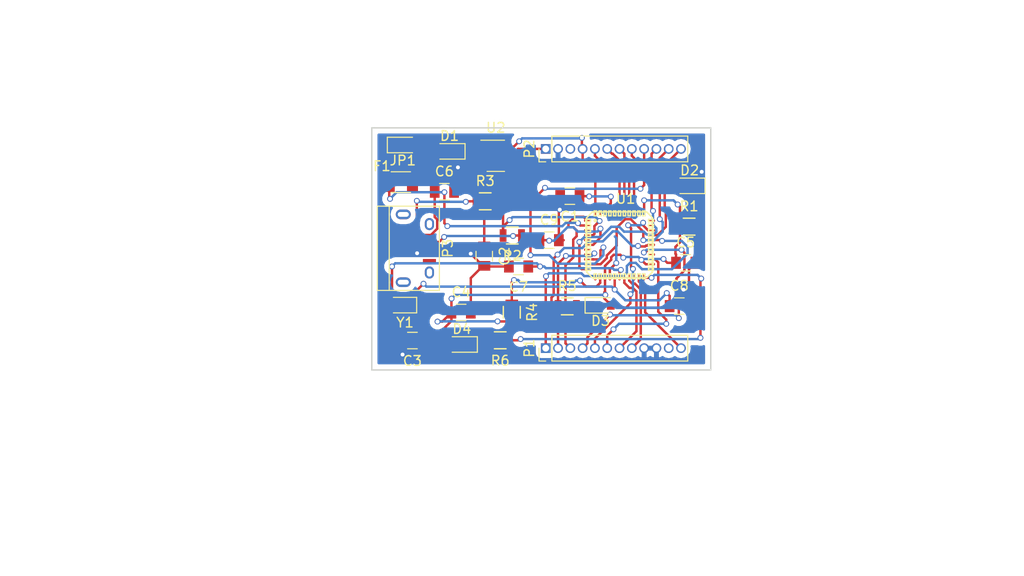
<source format=kicad_pcb>
(kicad_pcb (version 4) (host pcbnew 4.0.5-e0-6337~49~ubuntu16.04.1)

  (general
    (links 76)
    (no_connects 8)
    (area 169.924999 119.924999 205.075001 145.075001)
    (thickness 1.6)
    (drawings 6)
    (tracks 521)
    (zones 0)
    (modules 27)
    (nets 36)
  )

  (page A4)
  (layers
    (0 F.Cu signal)
    (31 B.Cu signal)
    (32 B.Adhes user)
    (33 F.Adhes user)
    (34 B.Paste user)
    (35 F.Paste user)
    (36 B.SilkS user)
    (37 F.SilkS user)
    (38 B.Mask user)
    (39 F.Mask user)
    (40 Dwgs.User user)
    (41 Cmts.User user)
    (42 Eco1.User user)
    (43 Eco2.User user)
    (44 Edge.Cuts user)
    (45 Margin user)
    (46 B.CrtYd user)
    (47 F.CrtYd user)
    (48 B.Fab user)
    (49 F.Fab user)
  )

  (setup
    (last_trace_width 0.25)
    (trace_clearance 0.1524)
    (zone_clearance 0.508)
    (zone_45_only no)
    (trace_min 0.2)
    (segment_width 0.2)
    (edge_width 0.15)
    (via_size 0.6)
    (via_drill 0.4)
    (via_min_size 0.4)
    (via_min_drill 0.3)
    (uvia_size 0.3)
    (uvia_drill 0.1)
    (uvias_allowed no)
    (uvia_min_size 0)
    (uvia_min_drill 0)
    (pcb_text_width 0.3)
    (pcb_text_size 1.5 1.5)
    (mod_edge_width 0.15)
    (mod_text_size 1 1)
    (mod_text_width 0.15)
    (pad_size 1.524 1.524)
    (pad_drill 0.762)
    (pad_to_mask_clearance 0.2)
    (aux_axis_origin 0 0)
    (visible_elements FFFEFF7F)
    (pcbplotparams
      (layerselection 0x00030_80000001)
      (usegerberextensions false)
      (excludeedgelayer true)
      (linewidth 0.100000)
      (plotframeref false)
      (viasonmask false)
      (mode 1)
      (useauxorigin false)
      (hpglpennumber 1)
      (hpglpenspeed 20)
      (hpglpendiameter 15)
      (hpglpenoverlay 2)
      (psnegative false)
      (psa4output false)
      (plotreference true)
      (plotvalue true)
      (plotinvisibletext false)
      (padsonsilk false)
      (subtractmaskfromsilk false)
      (outputformat 1)
      (mirror false)
      (drillshape 1)
      (scaleselection 1)
      (outputdirectory ""))
  )

  (net 0 "")
  (net 1 "Net-(C1-Pad1)")
  (net 2 GND)
  (net 3 RAW)
  (net 4 VCC)
  (net 5 UVCC)
  (net 6 "Net-(C7-Pad1)")
  (net 7 "Net-(C8-Pad1)")
  (net 8 "Net-(C9-Pad1)")
  (net 9 "Net-(D1-Pad2)")
  (net 10 "Net-(D2-Pad2)")
  (net 11 "Net-(D3-Pad1)")
  (net 12 "Net-(D4-Pad1)")
  (net 13 D9)
  (net 14 D8)
  (net 15 D7)
  (net 16 D6)
  (net 17 D5)
  (net 18 D4)
  (net 19 D3)
  (net 20 D2)
  (net 21 TX0)
  (net 22 A3)
  (net 23 A2)
  (net 24 A1)
  (net 25 A0)
  (net 26 SCK)
  (net 27 MISO)
  (net 28 MOSI)
  (net 29 D10)
  (net 30 "Net-(P3-Pad2)")
  (net 31 "Net-(P3-Pad3)")
  (net 32 D+)
  (net 33 "Net-(R4-Pad1)")
  (net 34 "Net-(R5-Pad1)")
  (net 35 "Net-(R6-Pad1)")

  (net_class Default "This is the default net class."
    (clearance 0.1524)
    (trace_width 0.25)
    (via_dia 0.6)
    (via_drill 0.4)
    (uvia_dia 0.3)
    (uvia_drill 0.1)
    (add_net A0)
    (add_net A1)
    (add_net A2)
    (add_net A3)
    (add_net D+)
    (add_net D10)
    (add_net D2)
    (add_net D3)
    (add_net D4)
    (add_net D5)
    (add_net D6)
    (add_net D7)
    (add_net D8)
    (add_net D9)
    (add_net GND)
    (add_net MISO)
    (add_net MOSI)
    (add_net "Net-(C1-Pad1)")
    (add_net "Net-(C7-Pad1)")
    (add_net "Net-(C8-Pad1)")
    (add_net "Net-(C9-Pad1)")
    (add_net "Net-(D1-Pad2)")
    (add_net "Net-(D2-Pad2)")
    (add_net "Net-(D3-Pad1)")
    (add_net "Net-(D4-Pad1)")
    (add_net "Net-(P3-Pad2)")
    (add_net "Net-(P3-Pad3)")
    (add_net "Net-(R4-Pad1)")
    (add_net "Net-(R5-Pad1)")
    (add_net "Net-(R6-Pad1)")
    (add_net RAW)
    (add_net SCK)
    (add_net TX0)
    (add_net UVCC)
    (add_net VCC)
  )

  (module Capacitors_SMD:C_0805 (layer F.Cu) (tedit 5415D6EA) (tstamp 58A507F5)
    (at 190.4492 127.0508 180)
    (descr "Capacitor SMD 0805, reflow soldering, AVX (see smccp.pdf)")
    (tags "capacitor 0805")
    (path /58A2555B)
    (attr smd)
    (fp_text reference C1 (at 0 -2.1 180) (layer F.SilkS)
      (effects (font (size 1 1) (thickness 0.15)))
    )
    (fp_text value 0.1uF (at 0 2.1 180) (layer F.Fab)
      (effects (font (size 1 1) (thickness 0.15)))
    )
    (fp_line (start -1 0.625) (end -1 -0.625) (layer F.Fab) (width 0.1))
    (fp_line (start 1 0.625) (end -1 0.625) (layer F.Fab) (width 0.1))
    (fp_line (start 1 -0.625) (end 1 0.625) (layer F.Fab) (width 0.1))
    (fp_line (start -1 -0.625) (end 1 -0.625) (layer F.Fab) (width 0.1))
    (fp_line (start -1.8 -1) (end 1.8 -1) (layer F.CrtYd) (width 0.05))
    (fp_line (start -1.8 1) (end 1.8 1) (layer F.CrtYd) (width 0.05))
    (fp_line (start -1.8 -1) (end -1.8 1) (layer F.CrtYd) (width 0.05))
    (fp_line (start 1.8 -1) (end 1.8 1) (layer F.CrtYd) (width 0.05))
    (fp_line (start 0.5 -0.85) (end -0.5 -0.85) (layer F.SilkS) (width 0.12))
    (fp_line (start -0.5 0.85) (end 0.5 0.85) (layer F.SilkS) (width 0.12))
    (pad 1 smd rect (at -1 0 180) (size 1 1.25) (layers F.Cu F.Paste F.Mask)
      (net 1 "Net-(C1-Pad1)"))
    (pad 2 smd rect (at 1 0 180) (size 1 1.25) (layers F.Cu F.Paste F.Mask)
      (net 2 GND))
    (model Capacitors_SMD.3dshapes/C_0805.wrl
      (at (xyz 0 0 0))
      (scale (xyz 1 1 1))
      (rotate (xyz 0 0 0))
    )
  )

  (module Capacitors_SMD:C_0805 (layer F.Cu) (tedit 5415D6EA) (tstamp 58A50805)
    (at 181.61 133.2484 270)
    (descr "Capacitor SMD 0805, reflow soldering, AVX (see smccp.pdf)")
    (tags "capacitor 0805")
    (path /58A3033F)
    (attr smd)
    (fp_text reference C2 (at 0 -2.1 270) (layer F.SilkS)
      (effects (font (size 1 1) (thickness 0.15)))
    )
    (fp_text value 10uF (at 0 2.1 270) (layer F.Fab)
      (effects (font (size 1 1) (thickness 0.15)))
    )
    (fp_line (start -1 0.625) (end -1 -0.625) (layer F.Fab) (width 0.1))
    (fp_line (start 1 0.625) (end -1 0.625) (layer F.Fab) (width 0.1))
    (fp_line (start 1 -0.625) (end 1 0.625) (layer F.Fab) (width 0.1))
    (fp_line (start -1 -0.625) (end 1 -0.625) (layer F.Fab) (width 0.1))
    (fp_line (start -1.8 -1) (end 1.8 -1) (layer F.CrtYd) (width 0.05))
    (fp_line (start -1.8 1) (end 1.8 1) (layer F.CrtYd) (width 0.05))
    (fp_line (start -1.8 -1) (end -1.8 1) (layer F.CrtYd) (width 0.05))
    (fp_line (start 1.8 -1) (end 1.8 1) (layer F.CrtYd) (width 0.05))
    (fp_line (start 0.5 -0.85) (end -0.5 -0.85) (layer F.SilkS) (width 0.12))
    (fp_line (start -0.5 0.85) (end 0.5 0.85) (layer F.SilkS) (width 0.12))
    (pad 1 smd rect (at -1 0 270) (size 1 1.25) (layers F.Cu F.Paste F.Mask)
      (net 3 RAW))
    (pad 2 smd rect (at 1 0 270) (size 1 1.25) (layers F.Cu F.Paste F.Mask)
      (net 2 GND))
    (model Capacitors_SMD.3dshapes/C_0805.wrl
      (at (xyz 0 0 0))
      (scale (xyz 1 1 1))
      (rotate (xyz 0 0 0))
    )
  )

  (module Capacitors_SMD:C_0805 (layer F.Cu) (tedit 5415D6EA) (tstamp 58A50815)
    (at 174.1932 141.9606 180)
    (descr "Capacitor SMD 0805, reflow soldering, AVX (see smccp.pdf)")
    (tags "capacitor 0805")
    (path /58A3079D)
    (attr smd)
    (fp_text reference C3 (at 0 -2.1 180) (layer F.SilkS)
      (effects (font (size 1 1) (thickness 0.15)))
    )
    (fp_text value 10uF (at 0 2.1 180) (layer F.Fab)
      (effects (font (size 1 1) (thickness 0.15)))
    )
    (fp_line (start -1 0.625) (end -1 -0.625) (layer F.Fab) (width 0.1))
    (fp_line (start 1 0.625) (end -1 0.625) (layer F.Fab) (width 0.1))
    (fp_line (start 1 -0.625) (end 1 0.625) (layer F.Fab) (width 0.1))
    (fp_line (start -1 -0.625) (end 1 -0.625) (layer F.Fab) (width 0.1))
    (fp_line (start -1.8 -1) (end 1.8 -1) (layer F.CrtYd) (width 0.05))
    (fp_line (start -1.8 1) (end 1.8 1) (layer F.CrtYd) (width 0.05))
    (fp_line (start -1.8 -1) (end -1.8 1) (layer F.CrtYd) (width 0.05))
    (fp_line (start 1.8 -1) (end 1.8 1) (layer F.CrtYd) (width 0.05))
    (fp_line (start 0.5 -0.85) (end -0.5 -0.85) (layer F.SilkS) (width 0.12))
    (fp_line (start -0.5 0.85) (end 0.5 0.85) (layer F.SilkS) (width 0.12))
    (pad 1 smd rect (at -1 0 180) (size 1 1.25) (layers F.Cu F.Paste F.Mask)
      (net 4 VCC))
    (pad 2 smd rect (at 1 0 180) (size 1 1.25) (layers F.Cu F.Paste F.Mask)
      (net 2 GND))
    (model Capacitors_SMD.3dshapes/C_0805.wrl
      (at (xyz 0 0 0))
      (scale (xyz 1 1 1))
      (rotate (xyz 0 0 0))
    )
  )

  (module Capacitors_SMD:C_0805 (layer F.Cu) (tedit 5415D6EA) (tstamp 58A50825)
    (at 179.2224 139.065)
    (descr "Capacitor SMD 0805, reflow soldering, AVX (see smccp.pdf)")
    (tags "capacitor 0805")
    (path /58A30821)
    (attr smd)
    (fp_text reference C4 (at 0 -2.1) (layer F.SilkS)
      (effects (font (size 1 1) (thickness 0.15)))
    )
    (fp_text value 1uF (at 11.2776 6.7564) (layer F.Fab)
      (effects (font (size 1 1) (thickness 0.15)))
    )
    (fp_line (start -1 0.625) (end -1 -0.625) (layer F.Fab) (width 0.1))
    (fp_line (start 1 0.625) (end -1 0.625) (layer F.Fab) (width 0.1))
    (fp_line (start 1 -0.625) (end 1 0.625) (layer F.Fab) (width 0.1))
    (fp_line (start -1 -0.625) (end 1 -0.625) (layer F.Fab) (width 0.1))
    (fp_line (start -1.8 -1) (end 1.8 -1) (layer F.CrtYd) (width 0.05))
    (fp_line (start -1.8 1) (end 1.8 1) (layer F.CrtYd) (width 0.05))
    (fp_line (start -1.8 -1) (end -1.8 1) (layer F.CrtYd) (width 0.05))
    (fp_line (start 1.8 -1) (end 1.8 1) (layer F.CrtYd) (width 0.05))
    (fp_line (start 0.5 -0.85) (end -0.5 -0.85) (layer F.SilkS) (width 0.12))
    (fp_line (start -0.5 0.85) (end 0.5 0.85) (layer F.SilkS) (width 0.12))
    (pad 1 smd rect (at -1 0) (size 1 1.25) (layers F.Cu F.Paste F.Mask)
      (net 4 VCC))
    (pad 2 smd rect (at 1 0) (size 1 1.25) (layers F.Cu F.Paste F.Mask)
      (net 2 GND))
    (model Capacitors_SMD.3dshapes/C_0805.wrl
      (at (xyz 0 0 0))
      (scale (xyz 1 1 1))
      (rotate (xyz 0 0 0))
    )
  )

  (module Capacitors_SMD:C_0805 (layer F.Cu) (tedit 5415D6EA) (tstamp 58A50835)
    (at 202.4126 133.9342)
    (descr "Capacitor SMD 0805, reflow soldering, AVX (see smccp.pdf)")
    (tags "capacitor 0805")
    (path /58A3089A)
    (attr smd)
    (fp_text reference C5 (at 0 -2.1) (layer F.SilkS)
      (effects (font (size 1 1) (thickness 0.15)))
    )
    (fp_text value 0.1uF (at 32.7406 -0.2286) (layer F.Fab)
      (effects (font (size 1 1) (thickness 0.15)))
    )
    (fp_line (start -1 0.625) (end -1 -0.625) (layer F.Fab) (width 0.1))
    (fp_line (start 1 0.625) (end -1 0.625) (layer F.Fab) (width 0.1))
    (fp_line (start 1 -0.625) (end 1 0.625) (layer F.Fab) (width 0.1))
    (fp_line (start -1 -0.625) (end 1 -0.625) (layer F.Fab) (width 0.1))
    (fp_line (start -1.8 -1) (end 1.8 -1) (layer F.CrtYd) (width 0.05))
    (fp_line (start -1.8 1) (end 1.8 1) (layer F.CrtYd) (width 0.05))
    (fp_line (start -1.8 -1) (end -1.8 1) (layer F.CrtYd) (width 0.05))
    (fp_line (start 1.8 -1) (end 1.8 1) (layer F.CrtYd) (width 0.05))
    (fp_line (start 0.5 -0.85) (end -0.5 -0.85) (layer F.SilkS) (width 0.12))
    (fp_line (start -0.5 0.85) (end 0.5 0.85) (layer F.SilkS) (width 0.12))
    (pad 1 smd rect (at -1 0) (size 1 1.25) (layers F.Cu F.Paste F.Mask)
      (net 4 VCC))
    (pad 2 smd rect (at 1 0) (size 1 1.25) (layers F.Cu F.Paste F.Mask)
      (net 2 GND))
    (model Capacitors_SMD.3dshapes/C_0805.wrl
      (at (xyz 0 0 0))
      (scale (xyz 1 1 1))
      (rotate (xyz 0 0 0))
    )
  )

  (module Capacitors_SMD:C_0805 (layer F.Cu) (tedit 5415D6EA) (tstamp 58A50845)
    (at 177.4952 126.5936)
    (descr "Capacitor SMD 0805, reflow soldering, AVX (see smccp.pdf)")
    (tags "capacitor 0805")
    (path /58A385CD)
    (attr smd)
    (fp_text reference C6 (at 0 -2.1) (layer F.SilkS)
      (effects (font (size 1 1) (thickness 0.15)))
    )
    (fp_text value 1uF (at 0 2.1) (layer F.Fab)
      (effects (font (size 1 1) (thickness 0.15)))
    )
    (fp_line (start -1 0.625) (end -1 -0.625) (layer F.Fab) (width 0.1))
    (fp_line (start 1 0.625) (end -1 0.625) (layer F.Fab) (width 0.1))
    (fp_line (start 1 -0.625) (end 1 0.625) (layer F.Fab) (width 0.1))
    (fp_line (start -1 -0.625) (end 1 -0.625) (layer F.Fab) (width 0.1))
    (fp_line (start -1.8 -1) (end 1.8 -1) (layer F.CrtYd) (width 0.05))
    (fp_line (start -1.8 1) (end 1.8 1) (layer F.CrtYd) (width 0.05))
    (fp_line (start -1.8 -1) (end -1.8 1) (layer F.CrtYd) (width 0.05))
    (fp_line (start 1.8 -1) (end 1.8 1) (layer F.CrtYd) (width 0.05))
    (fp_line (start 0.5 -0.85) (end -0.5 -0.85) (layer F.SilkS) (width 0.12))
    (fp_line (start -0.5 0.85) (end 0.5 0.85) (layer F.SilkS) (width 0.12))
    (pad 1 smd rect (at -1 0) (size 1 1.25) (layers F.Cu F.Paste F.Mask)
      (net 5 UVCC))
    (pad 2 smd rect (at 1 0) (size 1 1.25) (layers F.Cu F.Paste F.Mask)
      (net 2 GND))
    (model Capacitors_SMD.3dshapes/C_0805.wrl
      (at (xyz 0 0 0))
      (scale (xyz 1 1 1))
      (rotate (xyz 0 0 0))
    )
  )

  (module Capacitors_SMD:C_0805 (layer F.Cu) (tedit 5415D6EA) (tstamp 58A50855)
    (at 185.1566 134.3152 180)
    (descr "Capacitor SMD 0805, reflow soldering, AVX (see smccp.pdf)")
    (tags "capacitor 0805")
    (path /58A35054)
    (attr smd)
    (fp_text reference C7 (at 0 -2.1 180) (layer F.SilkS)
      (effects (font (size 1 1) (thickness 0.15)))
    )
    (fp_text value 22pF (at 0 2.1 180) (layer F.Fab)
      (effects (font (size 1 1) (thickness 0.15)))
    )
    (fp_line (start -1 0.625) (end -1 -0.625) (layer F.Fab) (width 0.1))
    (fp_line (start 1 0.625) (end -1 0.625) (layer F.Fab) (width 0.1))
    (fp_line (start 1 -0.625) (end 1 0.625) (layer F.Fab) (width 0.1))
    (fp_line (start -1 -0.625) (end 1 -0.625) (layer F.Fab) (width 0.1))
    (fp_line (start -1.8 -1) (end 1.8 -1) (layer F.CrtYd) (width 0.05))
    (fp_line (start -1.8 1) (end 1.8 1) (layer F.CrtYd) (width 0.05))
    (fp_line (start -1.8 -1) (end -1.8 1) (layer F.CrtYd) (width 0.05))
    (fp_line (start 1.8 -1) (end 1.8 1) (layer F.CrtYd) (width 0.05))
    (fp_line (start 0.5 -0.85) (end -0.5 -0.85) (layer F.SilkS) (width 0.12))
    (fp_line (start -0.5 0.85) (end 0.5 0.85) (layer F.SilkS) (width 0.12))
    (pad 1 smd rect (at -1 0 180) (size 1 1.25) (layers F.Cu F.Paste F.Mask)
      (net 6 "Net-(C7-Pad1)"))
    (pad 2 smd rect (at 1 0 180) (size 1 1.25) (layers F.Cu F.Paste F.Mask)
      (net 2 GND))
    (model Capacitors_SMD.3dshapes/C_0805.wrl
      (at (xyz 0 0 0))
      (scale (xyz 1 1 1))
      (rotate (xyz 0 0 0))
    )
  )

  (module Capacitors_SMD:C_0805 (layer F.Cu) (tedit 5415D6EA) (tstamp 58A50865)
    (at 201.7522 138.4046)
    (descr "Capacitor SMD 0805, reflow soldering, AVX (see smccp.pdf)")
    (tags "capacitor 0805")
    (path /58A34F98)
    (attr smd)
    (fp_text reference C8 (at 0 -2.1) (layer F.SilkS)
      (effects (font (size 1 1) (thickness 0.15)))
    )
    (fp_text value 22pF (at 24.2316 -0.1016) (layer F.Fab)
      (effects (font (size 1 1) (thickness 0.15)))
    )
    (fp_line (start -1 0.625) (end -1 -0.625) (layer F.Fab) (width 0.1))
    (fp_line (start 1 0.625) (end -1 0.625) (layer F.Fab) (width 0.1))
    (fp_line (start 1 -0.625) (end 1 0.625) (layer F.Fab) (width 0.1))
    (fp_line (start -1 -0.625) (end 1 -0.625) (layer F.Fab) (width 0.1))
    (fp_line (start -1.8 -1) (end 1.8 -1) (layer F.CrtYd) (width 0.05))
    (fp_line (start -1.8 1) (end 1.8 1) (layer F.CrtYd) (width 0.05))
    (fp_line (start -1.8 -1) (end -1.8 1) (layer F.CrtYd) (width 0.05))
    (fp_line (start 1.8 -1) (end 1.8 1) (layer F.CrtYd) (width 0.05))
    (fp_line (start 0.5 -0.85) (end -0.5 -0.85) (layer F.SilkS) (width 0.12))
    (fp_line (start -0.5 0.85) (end 0.5 0.85) (layer F.SilkS) (width 0.12))
    (pad 1 smd rect (at -1 0) (size 1 1.25) (layers F.Cu F.Paste F.Mask)
      (net 7 "Net-(C8-Pad1)"))
    (pad 2 smd rect (at 1 0) (size 1 1.25) (layers F.Cu F.Paste F.Mask)
      (net 2 GND))
    (model Capacitors_SMD.3dshapes/C_0805.wrl
      (at (xyz 0 0 0))
      (scale (xyz 1 1 1))
      (rotate (xyz 0 0 0))
    )
  )

  (module Capacitors_SMD:C_0805 (layer F.Cu) (tedit 5415D6EA) (tstamp 58A50875)
    (at 188.3156 131.5974)
    (descr "Capacitor SMD 0805, reflow soldering, AVX (see smccp.pdf)")
    (tags "capacitor 0805")
    (path /58A35358)
    (attr smd)
    (fp_text reference C9 (at 0 -2.1) (layer F.SilkS)
      (effects (font (size 1 1) (thickness 0.15)))
    )
    (fp_text value 1uF (at 0 2.1) (layer F.Fab)
      (effects (font (size 1 1) (thickness 0.15)))
    )
    (fp_line (start -1 0.625) (end -1 -0.625) (layer F.Fab) (width 0.1))
    (fp_line (start 1 0.625) (end -1 0.625) (layer F.Fab) (width 0.1))
    (fp_line (start 1 -0.625) (end 1 0.625) (layer F.Fab) (width 0.1))
    (fp_line (start -1 -0.625) (end 1 -0.625) (layer F.Fab) (width 0.1))
    (fp_line (start -1.8 -1) (end 1.8 -1) (layer F.CrtYd) (width 0.05))
    (fp_line (start -1.8 1) (end 1.8 1) (layer F.CrtYd) (width 0.05))
    (fp_line (start -1.8 -1) (end -1.8 1) (layer F.CrtYd) (width 0.05))
    (fp_line (start 1.8 -1) (end 1.8 1) (layer F.CrtYd) (width 0.05))
    (fp_line (start 0.5 -0.85) (end -0.5 -0.85) (layer F.SilkS) (width 0.12))
    (fp_line (start -0.5 0.85) (end 0.5 0.85) (layer F.SilkS) (width 0.12))
    (pad 1 smd rect (at -1 0) (size 1 1.25) (layers F.Cu F.Paste F.Mask)
      (net 8 "Net-(C9-Pad1)"))
    (pad 2 smd rect (at 1 0) (size 1 1.25) (layers F.Cu F.Paste F.Mask)
      (net 2 GND))
    (model Capacitors_SMD.3dshapes/C_0805.wrl
      (at (xyz 0 0 0))
      (scale (xyz 1 1 1))
      (rotate (xyz 0 0 0))
    )
  )

  (module Diodes_SMD:D_0805 (layer F.Cu) (tedit 586A4032) (tstamp 58A5088C)
    (at 178.0286 122.428 180)
    (descr "Diode SMD in 0805 package")
    (tags "smd diode")
    (path /58A3072C)
    (attr smd)
    (fp_text reference D1 (at 0 1.6 180) (layer F.SilkS)
      (effects (font (size 1 1) (thickness 0.15)))
    )
    (fp_text value D (at 0 -1.6 180) (layer F.Fab)
      (effects (font (size 1 1) (thickness 0.15)))
    )
    (fp_line (start -1.6 -0.8) (end -1.6 0.8) (layer F.SilkS) (width 0.12))
    (fp_line (start -1.7 0.88) (end -1.7 -0.88) (layer F.CrtYd) (width 0.05))
    (fp_line (start 1.7 0.88) (end -1.7 0.88) (layer F.CrtYd) (width 0.05))
    (fp_line (start 1.7 -0.88) (end 1.7 0.88) (layer F.CrtYd) (width 0.05))
    (fp_line (start -1.7 -0.88) (end 1.7 -0.88) (layer F.CrtYd) (width 0.05))
    (fp_line (start 0.2 0) (end 0.4 0) (layer F.Fab) (width 0.1))
    (fp_line (start -0.1 0) (end -0.3 0) (layer F.Fab) (width 0.1))
    (fp_line (start -0.1 -0.2) (end -0.1 0.2) (layer F.Fab) (width 0.1))
    (fp_line (start 0.2 0.2) (end 0.2 -0.2) (layer F.Fab) (width 0.1))
    (fp_line (start -0.1 0) (end 0.2 0.2) (layer F.Fab) (width 0.1))
    (fp_line (start 0.2 -0.2) (end -0.1 0) (layer F.Fab) (width 0.1))
    (fp_line (start -1 0.625) (end -1 -0.625) (layer F.Fab) (width 0.1))
    (fp_line (start 1 0.625) (end -1 0.625) (layer F.Fab) (width 0.1))
    (fp_line (start 1 -0.625) (end 1 0.625) (layer F.Fab) (width 0.1))
    (fp_line (start -1 -0.625) (end 1 -0.625) (layer F.Fab) (width 0.1))
    (fp_line (start -1.6 0.8) (end 1 0.8) (layer F.SilkS) (width 0.12))
    (fp_line (start -1.6 -0.8) (end 1 -0.8) (layer F.SilkS) (width 0.12))
    (pad 1 smd rect (at -1.05 0 180) (size 0.8 0.9) (layers F.Cu F.Paste F.Mask)
      (net 3 RAW))
    (pad 2 smd rect (at 1.05 0 180) (size 0.8 0.9) (layers F.Cu F.Paste F.Mask)
      (net 9 "Net-(D1-Pad2)"))
  )

  (module Diodes_SMD:D_0805 (layer F.Cu) (tedit 586A4032) (tstamp 58A508A3)
    (at 202.819 125.984 180)
    (descr "Diode SMD in 0805 package")
    (tags "smd diode")
    (path /58A319F1)
    (attr smd)
    (fp_text reference D2 (at 0 1.6 180) (layer F.SilkS)
      (effects (font (size 1 1) (thickness 0.15)))
    )
    (fp_text value RED (at -31.8008 -1.3462 180) (layer F.Fab)
      (effects (font (size 1 1) (thickness 0.15)))
    )
    (fp_line (start -1.6 -0.8) (end -1.6 0.8) (layer F.SilkS) (width 0.12))
    (fp_line (start -1.7 0.88) (end -1.7 -0.88) (layer F.CrtYd) (width 0.05))
    (fp_line (start 1.7 0.88) (end -1.7 0.88) (layer F.CrtYd) (width 0.05))
    (fp_line (start 1.7 -0.88) (end 1.7 0.88) (layer F.CrtYd) (width 0.05))
    (fp_line (start -1.7 -0.88) (end 1.7 -0.88) (layer F.CrtYd) (width 0.05))
    (fp_line (start 0.2 0) (end 0.4 0) (layer F.Fab) (width 0.1))
    (fp_line (start -0.1 0) (end -0.3 0) (layer F.Fab) (width 0.1))
    (fp_line (start -0.1 -0.2) (end -0.1 0.2) (layer F.Fab) (width 0.1))
    (fp_line (start 0.2 0.2) (end 0.2 -0.2) (layer F.Fab) (width 0.1))
    (fp_line (start -0.1 0) (end 0.2 0.2) (layer F.Fab) (width 0.1))
    (fp_line (start 0.2 -0.2) (end -0.1 0) (layer F.Fab) (width 0.1))
    (fp_line (start -1 0.625) (end -1 -0.625) (layer F.Fab) (width 0.1))
    (fp_line (start 1 0.625) (end -1 0.625) (layer F.Fab) (width 0.1))
    (fp_line (start 1 -0.625) (end 1 0.625) (layer F.Fab) (width 0.1))
    (fp_line (start -1 -0.625) (end 1 -0.625) (layer F.Fab) (width 0.1))
    (fp_line (start -1.6 0.8) (end 1 0.8) (layer F.SilkS) (width 0.12))
    (fp_line (start -1.6 -0.8) (end 1 -0.8) (layer F.SilkS) (width 0.12))
    (pad 1 smd rect (at -1.05 0 180) (size 0.8 0.9) (layers F.Cu F.Paste F.Mask)
      (net 2 GND))
    (pad 2 smd rect (at 1.05 0 180) (size 0.8 0.9) (layers F.Cu F.Paste F.Mask)
      (net 10 "Net-(D2-Pad2)"))
  )

  (module Diodes_SMD:D_0805 (layer F.Cu) (tedit 586A4032) (tstamp 58A508BA)
    (at 193.6242 138.3284)
    (descr "Diode SMD in 0805 package")
    (tags "smd diode")
    (path /58A3A893)
    (attr smd)
    (fp_text reference D3 (at 0 1.6) (layer F.SilkS)
      (effects (font (size 1 1) (thickness 0.15)))
    )
    (fp_text value GREEN (at 14.7828 19.1262) (layer F.Fab)
      (effects (font (size 1 1) (thickness 0.15)))
    )
    (fp_line (start -1.6 -0.8) (end -1.6 0.8) (layer F.SilkS) (width 0.12))
    (fp_line (start -1.7 0.88) (end -1.7 -0.88) (layer F.CrtYd) (width 0.05))
    (fp_line (start 1.7 0.88) (end -1.7 0.88) (layer F.CrtYd) (width 0.05))
    (fp_line (start 1.7 -0.88) (end 1.7 0.88) (layer F.CrtYd) (width 0.05))
    (fp_line (start -1.7 -0.88) (end 1.7 -0.88) (layer F.CrtYd) (width 0.05))
    (fp_line (start 0.2 0) (end 0.4 0) (layer F.Fab) (width 0.1))
    (fp_line (start -0.1 0) (end -0.3 0) (layer F.Fab) (width 0.1))
    (fp_line (start -0.1 -0.2) (end -0.1 0.2) (layer F.Fab) (width 0.1))
    (fp_line (start 0.2 0.2) (end 0.2 -0.2) (layer F.Fab) (width 0.1))
    (fp_line (start -0.1 0) (end 0.2 0.2) (layer F.Fab) (width 0.1))
    (fp_line (start 0.2 -0.2) (end -0.1 0) (layer F.Fab) (width 0.1))
    (fp_line (start -1 0.625) (end -1 -0.625) (layer F.Fab) (width 0.1))
    (fp_line (start 1 0.625) (end -1 0.625) (layer F.Fab) (width 0.1))
    (fp_line (start 1 -0.625) (end 1 0.625) (layer F.Fab) (width 0.1))
    (fp_line (start -1 -0.625) (end 1 -0.625) (layer F.Fab) (width 0.1))
    (fp_line (start -1.6 0.8) (end 1 0.8) (layer F.SilkS) (width 0.12))
    (fp_line (start -1.6 -0.8) (end 1 -0.8) (layer F.SilkS) (width 0.12))
    (pad 1 smd rect (at -1.05 0) (size 0.8 0.9) (layers F.Cu F.Paste F.Mask)
      (net 11 "Net-(D3-Pad1)"))
    (pad 2 smd rect (at 1.05 0) (size 0.8 0.9) (layers F.Cu F.Paste F.Mask)
      (net 4 VCC))
  )

  (module Diodes_SMD:D_0805 (layer F.Cu) (tedit 586A4032) (tstamp 58A508D1)
    (at 179.2986 142.367 180)
    (descr "Diode SMD in 0805 package")
    (tags "smd diode")
    (path /58A38EF4)
    (attr smd)
    (fp_text reference D4 (at 0 1.6 180) (layer F.SilkS)
      (effects (font (size 1 1) (thickness 0.15)))
    )
    (fp_text value YELLOW (at 0 -1.6 180) (layer F.Fab)
      (effects (font (size 1 1) (thickness 0.15)))
    )
    (fp_line (start -1.6 -0.8) (end -1.6 0.8) (layer F.SilkS) (width 0.12))
    (fp_line (start -1.7 0.88) (end -1.7 -0.88) (layer F.CrtYd) (width 0.05))
    (fp_line (start 1.7 0.88) (end -1.7 0.88) (layer F.CrtYd) (width 0.05))
    (fp_line (start 1.7 -0.88) (end 1.7 0.88) (layer F.CrtYd) (width 0.05))
    (fp_line (start -1.7 -0.88) (end 1.7 -0.88) (layer F.CrtYd) (width 0.05))
    (fp_line (start 0.2 0) (end 0.4 0) (layer F.Fab) (width 0.1))
    (fp_line (start -0.1 0) (end -0.3 0) (layer F.Fab) (width 0.1))
    (fp_line (start -0.1 -0.2) (end -0.1 0.2) (layer F.Fab) (width 0.1))
    (fp_line (start 0.2 0.2) (end 0.2 -0.2) (layer F.Fab) (width 0.1))
    (fp_line (start -0.1 0) (end 0.2 0.2) (layer F.Fab) (width 0.1))
    (fp_line (start 0.2 -0.2) (end -0.1 0) (layer F.Fab) (width 0.1))
    (fp_line (start -1 0.625) (end -1 -0.625) (layer F.Fab) (width 0.1))
    (fp_line (start 1 0.625) (end -1 0.625) (layer F.Fab) (width 0.1))
    (fp_line (start 1 -0.625) (end 1 0.625) (layer F.Fab) (width 0.1))
    (fp_line (start -1 -0.625) (end 1 -0.625) (layer F.Fab) (width 0.1))
    (fp_line (start -1.6 0.8) (end 1 0.8) (layer F.SilkS) (width 0.12))
    (fp_line (start -1.6 -0.8) (end 1 -0.8) (layer F.SilkS) (width 0.12))
    (pad 1 smd rect (at -1.05 0 180) (size 0.8 0.9) (layers F.Cu F.Paste F.Mask)
      (net 12 "Net-(D4-Pad1)"))
    (pad 2 smd rect (at 1.05 0 180) (size 0.8 0.9) (layers F.Cu F.Paste F.Mask)
      (net 4 VCC))
  )

  (module Fuse_Holders_and_Fuses:Fuse_SMD1206_Reflow (layer F.Cu) (tedit 0) (tstamp 58A508E1)
    (at 172.9994 125.603)
    (descr "Fuse, Sicherung, SMD1206, Littlefuse-Wickmann, Reflow,")
    (tags "Fuse Sicherung SMD1206 Littlefuse-Wickmann Reflow ")
    (path /58A3ACA7)
    (attr smd)
    (fp_text reference F1 (at -1.9558 -1.651) (layer F.SilkS)
      (effects (font (size 1 1) (thickness 0.15)))
    )
    (fp_text value Fuse_Small (at -0.45 3.2) (layer F.Fab)
      (effects (font (size 1 1) (thickness 0.15)))
    )
    (fp_line (start -1.6 0.8) (end -1.6 -0.8) (layer F.Fab) (width 0.1))
    (fp_line (start 1.6 0.8) (end -1.6 0.8) (layer F.Fab) (width 0.1))
    (fp_line (start 1.6 -0.8) (end 1.6 0.8) (layer F.Fab) (width 0.1))
    (fp_line (start -1.6 -0.8) (end 1.6 -0.8) (layer F.Fab) (width 0.1))
    (fp_line (start 1 1.07) (end -1 1.07) (layer F.SilkS) (width 0.12))
    (fp_line (start -1 -1.07) (end 1 -1.07) (layer F.SilkS) (width 0.12))
    (fp_line (start -2.47 -1.05) (end 2.47 -1.05) (layer F.CrtYd) (width 0.05))
    (fp_line (start -2.47 -1.05) (end -2.47 1.05) (layer F.CrtYd) (width 0.05))
    (fp_line (start 2.47 1.05) (end 2.47 -1.05) (layer F.CrtYd) (width 0.05))
    (fp_line (start 2.47 1.05) (end -2.47 1.05) (layer F.CrtYd) (width 0.05))
    (pad 1 smd rect (at -1.2 0 90) (size 2.03 1.14) (layers F.Cu F.Paste F.Mask)
      (net 5 UVCC))
    (pad 2 smd rect (at 1.2 0 90) (size 2.03 1.14) (layers F.Cu F.Paste F.Mask)
      (net 9 "Net-(D1-Pad2)"))
  )

  (module Diodes_SMD:D_0805 (layer F.Cu) (tedit 586A4032) (tstamp 58A508F8)
    (at 173.2026 121.7676)
    (descr "Diode SMD in 0805 package")
    (tags "smd diode")
    (path /58A39F2B)
    (attr smd)
    (fp_text reference JP1 (at 0 1.6) (layer F.SilkS)
      (effects (font (size 1 1) (thickness 0.15)))
    )
    (fp_text value Jumper (at 0 -1.6) (layer F.Fab)
      (effects (font (size 1 1) (thickness 0.15)))
    )
    (fp_line (start -1.6 -0.8) (end -1.6 0.8) (layer F.SilkS) (width 0.12))
    (fp_line (start -1.7 0.88) (end -1.7 -0.88) (layer F.CrtYd) (width 0.05))
    (fp_line (start 1.7 0.88) (end -1.7 0.88) (layer F.CrtYd) (width 0.05))
    (fp_line (start 1.7 -0.88) (end 1.7 0.88) (layer F.CrtYd) (width 0.05))
    (fp_line (start -1.7 -0.88) (end 1.7 -0.88) (layer F.CrtYd) (width 0.05))
    (fp_line (start 0.2 0) (end 0.4 0) (layer F.Fab) (width 0.1))
    (fp_line (start -0.1 0) (end -0.3 0) (layer F.Fab) (width 0.1))
    (fp_line (start -0.1 -0.2) (end -0.1 0.2) (layer F.Fab) (width 0.1))
    (fp_line (start 0.2 0.2) (end 0.2 -0.2) (layer F.Fab) (width 0.1))
    (fp_line (start -0.1 0) (end 0.2 0.2) (layer F.Fab) (width 0.1))
    (fp_line (start 0.2 -0.2) (end -0.1 0) (layer F.Fab) (width 0.1))
    (fp_line (start -1 0.625) (end -1 -0.625) (layer F.Fab) (width 0.1))
    (fp_line (start 1 0.625) (end -1 0.625) (layer F.Fab) (width 0.1))
    (fp_line (start 1 -0.625) (end 1 0.625) (layer F.Fab) (width 0.1))
    (fp_line (start -1 -0.625) (end 1 -0.625) (layer F.Fab) (width 0.1))
    (fp_line (start -1.6 0.8) (end 1 0.8) (layer F.SilkS) (width 0.12))
    (fp_line (start -1.6 -0.8) (end 1 -0.8) (layer F.SilkS) (width 0.12))
    (pad 1 smd rect (at -1.05 0) (size 0.8 0.9) (layers F.Cu F.Paste F.Mask)
      (net 9 "Net-(D1-Pad2)"))
    (pad 2 smd rect (at 1.05 0) (size 0.8 0.9) (layers F.Cu F.Paste F.Mask)
      (net 4 VCC))
  )

  (module Socket_Strips:Socket_Strip_Straight_1x12_Pitch1.27mm (layer F.Cu) (tedit 588DE961) (tstamp 58A50916)
    (at 187.96 142.748 90)
    (descr "Through hole straight socket strip, 1x12, 1.27mm pitch, single row")
    (tags "Through hole socket strip THT 1x12 1.27mm single row")
    (path /58A21410)
    (fp_text reference P1 (at 0 -1.695 90) (layer F.SilkS)
      (effects (font (size 1 1) (thickness 0.15)))
    )
    (fp_text value JP7 (at 0 15.665 90) (layer F.Fab)
      (effects (font (size 1 1) (thickness 0.15)))
    )
    (fp_line (start -1.27 -0.635) (end -1.27 14.605) (layer F.Fab) (width 0.1))
    (fp_line (start -1.27 14.605) (end 1.27 14.605) (layer F.Fab) (width 0.1))
    (fp_line (start 1.27 14.605) (end 1.27 -0.635) (layer F.Fab) (width 0.1))
    (fp_line (start 1.27 -0.635) (end -1.27 -0.635) (layer F.Fab) (width 0.1))
    (fp_line (start -1.33 0.635) (end -1.33 14.665) (layer F.SilkS) (width 0.12))
    (fp_line (start -1.33 14.665) (end 1.33 14.665) (layer F.SilkS) (width 0.12))
    (fp_line (start 1.33 14.665) (end 1.33 0.635) (layer F.SilkS) (width 0.12))
    (fp_line (start 1.33 0.635) (end -1.33 0.635) (layer F.SilkS) (width 0.12))
    (fp_line (start -1.33 0) (end -1.33 -0.695) (layer F.SilkS) (width 0.12))
    (fp_line (start -1.33 -0.695) (end 0 -0.695) (layer F.SilkS) (width 0.12))
    (fp_line (start -1.55 -0.9) (end -1.55 14.9) (layer F.CrtYd) (width 0.05))
    (fp_line (start -1.55 14.9) (end 1.55 14.9) (layer F.CrtYd) (width 0.05))
    (fp_line (start 1.55 14.9) (end 1.55 -0.9) (layer F.CrtYd) (width 0.05))
    (fp_line (start 1.55 -0.9) (end -1.55 -0.9) (layer F.CrtYd) (width 0.05))
    (pad 1 thru_hole rect (at 0 0 90) (size 1 1) (drill 0.7) (layers *.Cu *.Mask)
      (net 13 D9))
    (pad 2 thru_hole oval (at 0 1.27 90) (size 1 1) (drill 0.7) (layers *.Cu *.Mask)
      (net 14 D8))
    (pad 3 thru_hole oval (at 0 2.54 90) (size 1 1) (drill 0.7) (layers *.Cu *.Mask)
      (net 15 D7))
    (pad 4 thru_hole oval (at 0 3.81 90) (size 1 1) (drill 0.7) (layers *.Cu *.Mask)
      (net 16 D6))
    (pad 5 thru_hole oval (at 0 5.08 90) (size 1 1) (drill 0.7) (layers *.Cu *.Mask)
      (net 17 D5))
    (pad 6 thru_hole oval (at 0 6.35 90) (size 1 1) (drill 0.7) (layers *.Cu *.Mask)
      (net 18 D4))
    (pad 7 thru_hole oval (at 0 7.62 90) (size 1 1) (drill 0.7) (layers *.Cu *.Mask)
      (net 19 D3))
    (pad 8 thru_hole oval (at 0 8.89 90) (size 1 1) (drill 0.7) (layers *.Cu *.Mask)
      (net 20 D2))
    (pad 9 thru_hole oval (at 0 10.16 90) (size 1 1) (drill 0.7) (layers *.Cu *.Mask)
      (net 2 GND))
    (pad 10 thru_hole oval (at 0 11.43 90) (size 1 1) (drill 0.7) (layers *.Cu *.Mask)
      (net 2 GND))
    (pad 11 thru_hole oval (at 0 12.7 90) (size 1 1) (drill 0.7) (layers *.Cu *.Mask))
    (pad 12 thru_hole oval (at 0 13.97 90) (size 1 1) (drill 0.7) (layers *.Cu *.Mask)
      (net 21 TX0))
    (model Socket_Strips.3dshapes/Socket_Strip_Straight_1x12_Pitch1.27mm.wrl
      (at (xyz 0 0 0))
      (scale (xyz 1 1 1))
      (rotate (xyz 0 0 0))
    )
  )

  (module Socket_Strips:Socket_Strip_Straight_1x12_Pitch1.27mm (layer F.Cu) (tedit 588DE961) (tstamp 58A50934)
    (at 187.96 122.174 90)
    (descr "Through hole straight socket strip, 1x12, 1.27mm pitch, single row")
    (tags "Through hole socket strip THT 1x12 1.27mm single row")
    (path /58A21370)
    (fp_text reference P2 (at 0 -1.695 90) (layer F.SilkS)
      (effects (font (size 1 1) (thickness 0.15)))
    )
    (fp_text value JP6 (at 0.3556 47.1932 90) (layer F.Fab)
      (effects (font (size 1 1) (thickness 0.15)))
    )
    (fp_line (start -1.27 -0.635) (end -1.27 14.605) (layer F.Fab) (width 0.1))
    (fp_line (start -1.27 14.605) (end 1.27 14.605) (layer F.Fab) (width 0.1))
    (fp_line (start 1.27 14.605) (end 1.27 -0.635) (layer F.Fab) (width 0.1))
    (fp_line (start 1.27 -0.635) (end -1.27 -0.635) (layer F.Fab) (width 0.1))
    (fp_line (start -1.33 0.635) (end -1.33 14.665) (layer F.SilkS) (width 0.12))
    (fp_line (start -1.33 14.665) (end 1.33 14.665) (layer F.SilkS) (width 0.12))
    (fp_line (start 1.33 14.665) (end 1.33 0.635) (layer F.SilkS) (width 0.12))
    (fp_line (start 1.33 0.635) (end -1.33 0.635) (layer F.SilkS) (width 0.12))
    (fp_line (start -1.33 0) (end -1.33 -0.695) (layer F.SilkS) (width 0.12))
    (fp_line (start -1.33 -0.695) (end 0 -0.695) (layer F.SilkS) (width 0.12))
    (fp_line (start -1.55 -0.9) (end -1.55 14.9) (layer F.CrtYd) (width 0.05))
    (fp_line (start -1.55 14.9) (end 1.55 14.9) (layer F.CrtYd) (width 0.05))
    (fp_line (start 1.55 14.9) (end 1.55 -0.9) (layer F.CrtYd) (width 0.05))
    (fp_line (start 1.55 -0.9) (end -1.55 -0.9) (layer F.CrtYd) (width 0.05))
    (pad 1 thru_hole rect (at 0 0 90) (size 1 1) (drill 0.7) (layers *.Cu *.Mask)
      (net 3 RAW))
    (pad 2 thru_hole oval (at 0 1.27 90) (size 1 1) (drill 0.7) (layers *.Cu *.Mask)
      (net 2 GND))
    (pad 3 thru_hole oval (at 0 2.54 90) (size 1 1) (drill 0.7) (layers *.Cu *.Mask))
    (pad 4 thru_hole oval (at 0 3.81 90) (size 1 1) (drill 0.7) (layers *.Cu *.Mask)
      (net 4 VCC))
    (pad 5 thru_hole oval (at 0 5.08 90) (size 1 1) (drill 0.7) (layers *.Cu *.Mask)
      (net 22 A3))
    (pad 6 thru_hole oval (at 0 6.35 90) (size 1 1) (drill 0.7) (layers *.Cu *.Mask)
      (net 23 A2))
    (pad 7 thru_hole oval (at 0 7.62 90) (size 1 1) (drill 0.7) (layers *.Cu *.Mask)
      (net 24 A1))
    (pad 8 thru_hole oval (at 0 8.89 90) (size 1 1) (drill 0.7) (layers *.Cu *.Mask)
      (net 25 A0))
    (pad 9 thru_hole oval (at 0 10.16 90) (size 1 1) (drill 0.7) (layers *.Cu *.Mask)
      (net 26 SCK))
    (pad 10 thru_hole oval (at 0 11.43 90) (size 1 1) (drill 0.7) (layers *.Cu *.Mask)
      (net 27 MISO))
    (pad 11 thru_hole oval (at 0 12.7 90) (size 1 1) (drill 0.7) (layers *.Cu *.Mask)
      (net 28 MOSI))
    (pad 12 thru_hole oval (at 0 13.97 90) (size 1 1) (drill 0.7) (layers *.Cu *.Mask)
      (net 29 D10))
    (model Socket_Strips.3dshapes/Socket_Strip_Straight_1x12_Pitch1.27mm.wrl
      (at (xyz 0 0 0))
      (scale (xyz 1 1 1))
      (rotate (xyz 0 0 0))
    )
  )

  (module Resistors_SMD:R_0805 (layer F.Cu) (tedit 58307B54) (tstamp 58A50958)
    (at 202.7682 130.2004)
    (descr "Resistor SMD 0805, reflow soldering, Vishay (see dcrcw.pdf)")
    (tags "resistor 0805")
    (path /58A3175C)
    (attr smd)
    (fp_text reference R1 (at 0 -2.1) (layer F.SilkS)
      (effects (font (size 1 1) (thickness 0.15)))
    )
    (fp_text value 1k (at 32.131 0.2286) (layer F.Fab)
      (effects (font (size 1 1) (thickness 0.15)))
    )
    (fp_line (start -1 0.625) (end -1 -0.625) (layer F.Fab) (width 0.1))
    (fp_line (start 1 0.625) (end -1 0.625) (layer F.Fab) (width 0.1))
    (fp_line (start 1 -0.625) (end 1 0.625) (layer F.Fab) (width 0.1))
    (fp_line (start -1 -0.625) (end 1 -0.625) (layer F.Fab) (width 0.1))
    (fp_line (start -1.6 -1) (end 1.6 -1) (layer F.CrtYd) (width 0.05))
    (fp_line (start -1.6 1) (end 1.6 1) (layer F.CrtYd) (width 0.05))
    (fp_line (start -1.6 -1) (end -1.6 1) (layer F.CrtYd) (width 0.05))
    (fp_line (start 1.6 -1) (end 1.6 1) (layer F.CrtYd) (width 0.05))
    (fp_line (start 0.6 0.875) (end -0.6 0.875) (layer F.SilkS) (width 0.15))
    (fp_line (start -0.6 -0.875) (end 0.6 -0.875) (layer F.SilkS) (width 0.15))
    (pad 1 smd rect (at -0.95 0) (size 0.7 1.3) (layers F.Cu F.Paste F.Mask)
      (net 4 VCC))
    (pad 2 smd rect (at 0.95 0) (size 0.7 1.3) (layers F.Cu F.Paste F.Mask)
      (net 10 "Net-(D2-Pad2)"))
    (model Resistors_SMD.3dshapes/R_0805.wrl
      (at (xyz 0 0 0))
      (scale (xyz 1 1 1))
      (rotate (xyz 0 0 0))
    )
  )

  (module Resistors_SMD:R_0805 (layer F.Cu) (tedit 58307B54) (tstamp 58A50968)
    (at 184.5056 131.1148 180)
    (descr "Resistor SMD 0805, reflow soldering, Vishay (see dcrcw.pdf)")
    (tags "resistor 0805")
    (path /58A3B667)
    (attr smd)
    (fp_text reference R2 (at 0 -2.1 180) (layer F.SilkS)
      (effects (font (size 1 1) (thickness 0.15)))
    )
    (fp_text value 22 (at 0 2.1 180) (layer F.Fab)
      (effects (font (size 1 1) (thickness 0.15)))
    )
    (fp_line (start -1 0.625) (end -1 -0.625) (layer F.Fab) (width 0.1))
    (fp_line (start 1 0.625) (end -1 0.625) (layer F.Fab) (width 0.1))
    (fp_line (start 1 -0.625) (end 1 0.625) (layer F.Fab) (width 0.1))
    (fp_line (start -1 -0.625) (end 1 -0.625) (layer F.Fab) (width 0.1))
    (fp_line (start -1.6 -1) (end 1.6 -1) (layer F.CrtYd) (width 0.05))
    (fp_line (start -1.6 1) (end 1.6 1) (layer F.CrtYd) (width 0.05))
    (fp_line (start -1.6 -1) (end -1.6 1) (layer F.CrtYd) (width 0.05))
    (fp_line (start 1.6 -1) (end 1.6 1) (layer F.CrtYd) (width 0.05))
    (fp_line (start 0.6 0.875) (end -0.6 0.875) (layer F.SilkS) (width 0.15))
    (fp_line (start -0.6 -0.875) (end 0.6 -0.875) (layer F.SilkS) (width 0.15))
    (pad 1 smd rect (at -0.95 0 180) (size 0.7 1.3) (layers F.Cu F.Paste F.Mask)
      (net 30 "Net-(P3-Pad2)"))
    (pad 2 smd rect (at 0.95 0 180) (size 0.7 1.3) (layers F.Cu F.Paste F.Mask)
      (net 32 D+))
    (model Resistors_SMD.3dshapes/R_0805.wrl
      (at (xyz 0 0 0))
      (scale (xyz 1 1 1))
      (rotate (xyz 0 0 0))
    )
  )

  (module Resistors_SMD:R_0805 (layer F.Cu) (tedit 58307B54) (tstamp 58A50978)
    (at 181.7116 127.5842)
    (descr "Resistor SMD 0805, reflow soldering, Vishay (see dcrcw.pdf)")
    (tags "resistor 0805")
    (path /58A3B6EB)
    (attr smd)
    (fp_text reference R3 (at 0 -2.1) (layer F.SilkS)
      (effects (font (size 1 1) (thickness 0.15)))
    )
    (fp_text value 22 (at 0 2.1) (layer F.Fab)
      (effects (font (size 1 1) (thickness 0.15)))
    )
    (fp_line (start -1 0.625) (end -1 -0.625) (layer F.Fab) (width 0.1))
    (fp_line (start 1 0.625) (end -1 0.625) (layer F.Fab) (width 0.1))
    (fp_line (start 1 -0.625) (end 1 0.625) (layer F.Fab) (width 0.1))
    (fp_line (start -1 -0.625) (end 1 -0.625) (layer F.Fab) (width 0.1))
    (fp_line (start -1.6 -1) (end 1.6 -1) (layer F.CrtYd) (width 0.05))
    (fp_line (start -1.6 1) (end 1.6 1) (layer F.CrtYd) (width 0.05))
    (fp_line (start -1.6 -1) (end -1.6 1) (layer F.CrtYd) (width 0.05))
    (fp_line (start 1.6 -1) (end 1.6 1) (layer F.CrtYd) (width 0.05))
    (fp_line (start 0.6 0.875) (end -0.6 0.875) (layer F.SilkS) (width 0.15))
    (fp_line (start -0.6 -0.875) (end 0.6 -0.875) (layer F.SilkS) (width 0.15))
    (pad 1 smd rect (at -0.95 0) (size 0.7 1.3) (layers F.Cu F.Paste F.Mask)
      (net 31 "Net-(P3-Pad3)"))
    (pad 2 smd rect (at 0.95 0) (size 0.7 1.3) (layers F.Cu F.Paste F.Mask)
      (net 32 D+))
    (model Resistors_SMD.3dshapes/R_0805.wrl
      (at (xyz 0 0 0))
      (scale (xyz 1 1 1))
      (rotate (xyz 0 0 0))
    )
  )

  (module Resistors_SMD:R_0805 (layer F.Cu) (tedit 58307B54) (tstamp 58A50988)
    (at 184.4548 139.0396 270)
    (descr "Resistor SMD 0805, reflow soldering, Vishay (see dcrcw.pdf)")
    (tags "resistor 0805")
    (path /58A36CA0)
    (attr smd)
    (fp_text reference R4 (at 0 -2.1 270) (layer F.SilkS)
      (effects (font (size 1 1) (thickness 0.15)))
    )
    (fp_text value 10K (at 25.654 4.4196 270) (layer F.Fab)
      (effects (font (size 1 1) (thickness 0.15)))
    )
    (fp_line (start -1 0.625) (end -1 -0.625) (layer F.Fab) (width 0.1))
    (fp_line (start 1 0.625) (end -1 0.625) (layer F.Fab) (width 0.1))
    (fp_line (start 1 -0.625) (end 1 0.625) (layer F.Fab) (width 0.1))
    (fp_line (start -1 -0.625) (end 1 -0.625) (layer F.Fab) (width 0.1))
    (fp_line (start -1.6 -1) (end 1.6 -1) (layer F.CrtYd) (width 0.05))
    (fp_line (start -1.6 1) (end 1.6 1) (layer F.CrtYd) (width 0.05))
    (fp_line (start -1.6 -1) (end -1.6 1) (layer F.CrtYd) (width 0.05))
    (fp_line (start 1.6 -1) (end 1.6 1) (layer F.CrtYd) (width 0.05))
    (fp_line (start 0.6 0.875) (end -0.6 0.875) (layer F.SilkS) (width 0.15))
    (fp_line (start -0.6 -0.875) (end 0.6 -0.875) (layer F.SilkS) (width 0.15))
    (pad 1 smd rect (at -0.95 0 270) (size 0.7 1.3) (layers F.Cu F.Paste F.Mask)
      (net 33 "Net-(R4-Pad1)"))
    (pad 2 smd rect (at 0.95 0 270) (size 0.7 1.3) (layers F.Cu F.Paste F.Mask)
      (net 4 VCC))
    (model Resistors_SMD.3dshapes/R_0805.wrl
      (at (xyz 0 0 0))
      (scale (xyz 1 1 1))
      (rotate (xyz 0 0 0))
    )
  )

  (module Resistors_SMD:R_0805 (layer F.Cu) (tedit 58307B54) (tstamp 58A50998)
    (at 190.18 138.43)
    (descr "Resistor SMD 0805, reflow soldering, Vishay (see dcrcw.pdf)")
    (tags "resistor 0805")
    (path /58A3A7F7)
    (attr smd)
    (fp_text reference R5 (at 0 -2.1) (layer F.SilkS)
      (effects (font (size 1 1) (thickness 0.15)))
    )
    (fp_text value 330 (at 11.8262 21.8948) (layer F.Fab)
      (effects (font (size 1 1) (thickness 0.15)))
    )
    (fp_line (start -1 0.625) (end -1 -0.625) (layer F.Fab) (width 0.1))
    (fp_line (start 1 0.625) (end -1 0.625) (layer F.Fab) (width 0.1))
    (fp_line (start 1 -0.625) (end 1 0.625) (layer F.Fab) (width 0.1))
    (fp_line (start -1 -0.625) (end 1 -0.625) (layer F.Fab) (width 0.1))
    (fp_line (start -1.6 -1) (end 1.6 -1) (layer F.CrtYd) (width 0.05))
    (fp_line (start -1.6 1) (end 1.6 1) (layer F.CrtYd) (width 0.05))
    (fp_line (start -1.6 -1) (end -1.6 1) (layer F.CrtYd) (width 0.05))
    (fp_line (start 1.6 -1) (end 1.6 1) (layer F.CrtYd) (width 0.05))
    (fp_line (start 0.6 0.875) (end -0.6 0.875) (layer F.SilkS) (width 0.15))
    (fp_line (start -0.6 -0.875) (end 0.6 -0.875) (layer F.SilkS) (width 0.15))
    (pad 1 smd rect (at -0.95 0) (size 0.7 1.3) (layers F.Cu F.Paste F.Mask)
      (net 34 "Net-(R5-Pad1)"))
    (pad 2 smd rect (at 0.95 0) (size 0.7 1.3) (layers F.Cu F.Paste F.Mask)
      (net 11 "Net-(D3-Pad1)"))
    (model Resistors_SMD.3dshapes/R_0805.wrl
      (at (xyz 0 0 0))
      (scale (xyz 1 1 1))
      (rotate (xyz 0 0 0))
    )
  )

  (module Resistors_SMD:R_0805 (layer F.Cu) (tedit 58307B54) (tstamp 58A509A8)
    (at 183.261 141.9352 180)
    (descr "Resistor SMD 0805, reflow soldering, Vishay (see dcrcw.pdf)")
    (tags "resistor 0805")
    (path /58A388DD)
    (attr smd)
    (fp_text reference R6 (at 0 -2.1 180) (layer F.SilkS)
      (effects (font (size 1 1) (thickness 0.15)))
    )
    (fp_text value 330 (at 0 2.1 180) (layer F.Fab)
      (effects (font (size 1 1) (thickness 0.15)))
    )
    (fp_line (start -1 0.625) (end -1 -0.625) (layer F.Fab) (width 0.1))
    (fp_line (start 1 0.625) (end -1 0.625) (layer F.Fab) (width 0.1))
    (fp_line (start 1 -0.625) (end 1 0.625) (layer F.Fab) (width 0.1))
    (fp_line (start -1 -0.625) (end 1 -0.625) (layer F.Fab) (width 0.1))
    (fp_line (start -1.6 -1) (end 1.6 -1) (layer F.CrtYd) (width 0.05))
    (fp_line (start -1.6 1) (end 1.6 1) (layer F.CrtYd) (width 0.05))
    (fp_line (start -1.6 -1) (end -1.6 1) (layer F.CrtYd) (width 0.05))
    (fp_line (start 1.6 -1) (end 1.6 1) (layer F.CrtYd) (width 0.05))
    (fp_line (start 0.6 0.875) (end -0.6 0.875) (layer F.SilkS) (width 0.15))
    (fp_line (start -0.6 -0.875) (end 0.6 -0.875) (layer F.SilkS) (width 0.15))
    (pad 1 smd rect (at -0.95 0 180) (size 0.7 1.3) (layers F.Cu F.Paste F.Mask)
      (net 35 "Net-(R6-Pad1)"))
    (pad 2 smd rect (at 0.95 0 180) (size 0.7 1.3) (layers F.Cu F.Paste F.Mask)
      (net 12 "Net-(D4-Pad1)"))
    (model Resistors_SMD.3dshapes/R_0805.wrl
      (at (xyz 0 0 0))
      (scale (xyz 1 1 1))
      (rotate (xyz 0 0 0))
    )
  )

  (module SMD_Packages:MLF-44_Atmel (layer F.Cu) (tedit 0) (tstamp 58A50A91)
    (at 195.58 132.08)
    (descr "44M1 MICRO LEAD FRAME PACKAGE (MLF)")
    (tags "44M1 MICRO LEAD FRAME PACKAGE (MLF)")
    (path /58A20F4C)
    (attr smd)
    (fp_text reference U1 (at 0.635 -4.7625) (layer F.SilkS)
      (effects (font (size 1 1) (thickness 0.15)))
    )
    (fp_text value ATmega32U4 (at 1.27 0) (layer F.Fab)
      (effects (font (size 1 1) (thickness 0.15)))
    )
    (fp_line (start -3.49758 -2.3749) (end -2.99974 -2.3749) (layer F.SilkS) (width 0.15))
    (fp_line (start -2.99974 -2.3749) (end -2.99974 -2.62382) (layer F.SilkS) (width 0.15))
    (fp_line (start -3.49758 -2.62382) (end -2.99974 -2.62382) (layer F.SilkS) (width 0.15))
    (fp_line (start -3.49758 -2.3749) (end -3.49758 -2.62382) (layer F.SilkS) (width 0.15))
    (fp_line (start -3.49758 -1.87452) (end -2.99974 -1.87452) (layer F.SilkS) (width 0.15))
    (fp_line (start -2.99974 -1.87452) (end -2.99974 -2.12344) (layer F.SilkS) (width 0.15))
    (fp_line (start -3.49758 -2.12344) (end -2.99974 -2.12344) (layer F.SilkS) (width 0.15))
    (fp_line (start -3.49758 -1.87452) (end -3.49758 -2.12344) (layer F.SilkS) (width 0.15))
    (fp_line (start -3.49758 -1.37414) (end -2.99974 -1.37414) (layer F.SilkS) (width 0.15))
    (fp_line (start -2.99974 -1.37414) (end -2.99974 -1.62306) (layer F.SilkS) (width 0.15))
    (fp_line (start -3.49758 -1.62306) (end -2.99974 -1.62306) (layer F.SilkS) (width 0.15))
    (fp_line (start -3.49758 -1.37414) (end -3.49758 -1.62306) (layer F.SilkS) (width 0.15))
    (fp_line (start -3.49758 -0.87376) (end -2.99974 -0.87376) (layer F.SilkS) (width 0.15))
    (fp_line (start -2.99974 -0.87376) (end -2.99974 -1.12268) (layer F.SilkS) (width 0.15))
    (fp_line (start -3.49758 -1.12268) (end -2.99974 -1.12268) (layer F.SilkS) (width 0.15))
    (fp_line (start -3.49758 -0.87376) (end -3.49758 -1.12268) (layer F.SilkS) (width 0.15))
    (fp_line (start -3.49758 -0.37338) (end -2.99974 -0.37338) (layer F.SilkS) (width 0.15))
    (fp_line (start -2.99974 -0.37338) (end -2.99974 -0.62484) (layer F.SilkS) (width 0.15))
    (fp_line (start -3.49758 -0.62484) (end -2.99974 -0.62484) (layer F.SilkS) (width 0.15))
    (fp_line (start -3.49758 -0.37338) (end -3.49758 -0.62484) (layer F.SilkS) (width 0.15))
    (fp_line (start -3.49758 0.12446) (end -2.99974 0.12446) (layer F.SilkS) (width 0.15))
    (fp_line (start -2.99974 0.12446) (end -2.99974 -0.12446) (layer F.SilkS) (width 0.15))
    (fp_line (start -3.49758 -0.12446) (end -2.99974 -0.12446) (layer F.SilkS) (width 0.15))
    (fp_line (start -3.49758 0.12446) (end -3.49758 -0.12446) (layer F.SilkS) (width 0.15))
    (fp_line (start -3.49758 0.62484) (end -2.99974 0.62484) (layer F.SilkS) (width 0.15))
    (fp_line (start -2.99974 0.62484) (end -2.99974 0.37338) (layer F.SilkS) (width 0.15))
    (fp_line (start -3.49758 0.37338) (end -2.99974 0.37338) (layer F.SilkS) (width 0.15))
    (fp_line (start -3.49758 0.62484) (end -3.49758 0.37338) (layer F.SilkS) (width 0.15))
    (fp_line (start -3.49758 1.12268) (end -2.99974 1.12268) (layer F.SilkS) (width 0.15))
    (fp_line (start -2.99974 1.12268) (end -2.99974 0.87376) (layer F.SilkS) (width 0.15))
    (fp_line (start -3.49758 0.87376) (end -2.99974 0.87376) (layer F.SilkS) (width 0.15))
    (fp_line (start -3.49758 1.12268) (end -3.49758 0.87376) (layer F.SilkS) (width 0.15))
    (fp_line (start -3.49758 1.62306) (end -2.99974 1.62306) (layer F.SilkS) (width 0.15))
    (fp_line (start -2.99974 1.62306) (end -2.99974 1.37414) (layer F.SilkS) (width 0.15))
    (fp_line (start -3.49758 1.37414) (end -2.99974 1.37414) (layer F.SilkS) (width 0.15))
    (fp_line (start -3.49758 1.62306) (end -3.49758 1.37414) (layer F.SilkS) (width 0.15))
    (fp_line (start -3.49758 2.12344) (end -2.99974 2.12344) (layer F.SilkS) (width 0.15))
    (fp_line (start -2.99974 2.12344) (end -2.99974 1.87452) (layer F.SilkS) (width 0.15))
    (fp_line (start -3.49758 1.87452) (end -2.99974 1.87452) (layer F.SilkS) (width 0.15))
    (fp_line (start -3.49758 2.12344) (end -3.49758 1.87452) (layer F.SilkS) (width 0.15))
    (fp_line (start -3.49758 2.62382) (end -2.99974 2.62382) (layer F.SilkS) (width 0.15))
    (fp_line (start -2.99974 2.62382) (end -2.99974 2.3749) (layer F.SilkS) (width 0.15))
    (fp_line (start -3.49758 2.3749) (end -2.99974 2.3749) (layer F.SilkS) (width 0.15))
    (fp_line (start -3.49758 2.62382) (end -3.49758 2.3749) (layer F.SilkS) (width 0.15))
    (fp_line (start -2.62382 3.49758) (end -2.3749 3.49758) (layer F.SilkS) (width 0.15))
    (fp_line (start -2.3749 3.49758) (end -2.3749 2.99974) (layer F.SilkS) (width 0.15))
    (fp_line (start -2.62382 2.99974) (end -2.3749 2.99974) (layer F.SilkS) (width 0.15))
    (fp_line (start -2.62382 3.49758) (end -2.62382 2.99974) (layer F.SilkS) (width 0.15))
    (fp_line (start -2.12344 3.49758) (end -1.87452 3.49758) (layer F.SilkS) (width 0.15))
    (fp_line (start -1.87452 3.49758) (end -1.87452 2.99974) (layer F.SilkS) (width 0.15))
    (fp_line (start -2.12344 2.99974) (end -1.87452 2.99974) (layer F.SilkS) (width 0.15))
    (fp_line (start -2.12344 3.49758) (end -2.12344 2.99974) (layer F.SilkS) (width 0.15))
    (fp_line (start -1.62306 3.49758) (end -1.37414 3.49758) (layer F.SilkS) (width 0.15))
    (fp_line (start -1.37414 3.49758) (end -1.37414 2.99974) (layer F.SilkS) (width 0.15))
    (fp_line (start -1.62306 2.99974) (end -1.37414 2.99974) (layer F.SilkS) (width 0.15))
    (fp_line (start -1.62306 3.49758) (end -1.62306 2.99974) (layer F.SilkS) (width 0.15))
    (fp_line (start -1.12268 3.49758) (end -0.87376 3.49758) (layer F.SilkS) (width 0.15))
    (fp_line (start -0.87376 3.49758) (end -0.87376 2.99974) (layer F.SilkS) (width 0.15))
    (fp_line (start -1.12268 2.99974) (end -0.87376 2.99974) (layer F.SilkS) (width 0.15))
    (fp_line (start -1.12268 3.49758) (end -1.12268 2.99974) (layer F.SilkS) (width 0.15))
    (fp_line (start -0.62484 3.49758) (end -0.37338 3.49758) (layer F.SilkS) (width 0.15))
    (fp_line (start -0.37338 3.49758) (end -0.37338 2.99974) (layer F.SilkS) (width 0.15))
    (fp_line (start -0.62484 2.99974) (end -0.37338 2.99974) (layer F.SilkS) (width 0.15))
    (fp_line (start -0.62484 3.49758) (end -0.62484 2.99974) (layer F.SilkS) (width 0.15))
    (fp_line (start -0.12446 3.49758) (end 0.12446 3.49758) (layer F.SilkS) (width 0.15))
    (fp_line (start 0.12446 3.49758) (end 0.12446 2.99974) (layer F.SilkS) (width 0.15))
    (fp_line (start -0.12446 2.99974) (end 0.12446 2.99974) (layer F.SilkS) (width 0.15))
    (fp_line (start -0.12446 3.49758) (end -0.12446 2.99974) (layer F.SilkS) (width 0.15))
    (fp_line (start 0.37338 3.49758) (end 0.62484 3.49758) (layer F.SilkS) (width 0.15))
    (fp_line (start 0.62484 3.49758) (end 0.62484 2.99974) (layer F.SilkS) (width 0.15))
    (fp_line (start 0.37338 2.99974) (end 0.62484 2.99974) (layer F.SilkS) (width 0.15))
    (fp_line (start 0.37338 3.49758) (end 0.37338 2.99974) (layer F.SilkS) (width 0.15))
    (fp_line (start 0.87376 3.49758) (end 1.12268 3.49758) (layer F.SilkS) (width 0.15))
    (fp_line (start 1.12268 3.49758) (end 1.12268 2.99974) (layer F.SilkS) (width 0.15))
    (fp_line (start 0.87376 2.99974) (end 1.12268 2.99974) (layer F.SilkS) (width 0.15))
    (fp_line (start 0.87376 3.49758) (end 0.87376 2.99974) (layer F.SilkS) (width 0.15))
    (fp_line (start 1.37414 3.49758) (end 1.62306 3.49758) (layer F.SilkS) (width 0.15))
    (fp_line (start 1.62306 3.49758) (end 1.62306 2.99974) (layer F.SilkS) (width 0.15))
    (fp_line (start 1.37414 2.99974) (end 1.62306 2.99974) (layer F.SilkS) (width 0.15))
    (fp_line (start 1.37414 3.49758) (end 1.37414 2.99974) (layer F.SilkS) (width 0.15))
    (fp_line (start 1.87452 3.49758) (end 2.12344 3.49758) (layer F.SilkS) (width 0.15))
    (fp_line (start 2.12344 3.49758) (end 2.12344 2.99974) (layer F.SilkS) (width 0.15))
    (fp_line (start 1.87452 2.99974) (end 2.12344 2.99974) (layer F.SilkS) (width 0.15))
    (fp_line (start 1.87452 3.49758) (end 1.87452 2.99974) (layer F.SilkS) (width 0.15))
    (fp_line (start 2.3749 3.49758) (end 2.62382 3.49758) (layer F.SilkS) (width 0.15))
    (fp_line (start 2.62382 3.49758) (end 2.62382 2.99974) (layer F.SilkS) (width 0.15))
    (fp_line (start 2.3749 2.99974) (end 2.62382 2.99974) (layer F.SilkS) (width 0.15))
    (fp_line (start 2.3749 3.49758) (end 2.3749 2.99974) (layer F.SilkS) (width 0.15))
    (fp_line (start 2.99974 2.62382) (end 3.49758 2.62382) (layer F.SilkS) (width 0.15))
    (fp_line (start 3.49758 2.62382) (end 3.49758 2.3749) (layer F.SilkS) (width 0.15))
    (fp_line (start 2.99974 2.3749) (end 3.49758 2.3749) (layer F.SilkS) (width 0.15))
    (fp_line (start 2.99974 2.62382) (end 2.99974 2.3749) (layer F.SilkS) (width 0.15))
    (fp_line (start 2.99974 2.12344) (end 3.49758 2.12344) (layer F.SilkS) (width 0.15))
    (fp_line (start 3.49758 2.12344) (end 3.49758 1.87452) (layer F.SilkS) (width 0.15))
    (fp_line (start 2.99974 1.87452) (end 3.49758 1.87452) (layer F.SilkS) (width 0.15))
    (fp_line (start 2.99974 2.12344) (end 2.99974 1.87452) (layer F.SilkS) (width 0.15))
    (fp_line (start 2.99974 1.62306) (end 3.49758 1.62306) (layer F.SilkS) (width 0.15))
    (fp_line (start 3.49758 1.62306) (end 3.49758 1.37414) (layer F.SilkS) (width 0.15))
    (fp_line (start 2.99974 1.37414) (end 3.49758 1.37414) (layer F.SilkS) (width 0.15))
    (fp_line (start 2.99974 1.62306) (end 2.99974 1.37414) (layer F.SilkS) (width 0.15))
    (fp_line (start 2.99974 1.12268) (end 3.49758 1.12268) (layer F.SilkS) (width 0.15))
    (fp_line (start 3.49758 1.12268) (end 3.49758 0.87376) (layer F.SilkS) (width 0.15))
    (fp_line (start 2.99974 0.87376) (end 3.49758 0.87376) (layer F.SilkS) (width 0.15))
    (fp_line (start 2.99974 1.12268) (end 2.99974 0.87376) (layer F.SilkS) (width 0.15))
    (fp_line (start 2.99974 0.62484) (end 3.49758 0.62484) (layer F.SilkS) (width 0.15))
    (fp_line (start 3.49758 0.62484) (end 3.49758 0.37338) (layer F.SilkS) (width 0.15))
    (fp_line (start 2.99974 0.37338) (end 3.49758 0.37338) (layer F.SilkS) (width 0.15))
    (fp_line (start 2.99974 0.62484) (end 2.99974 0.37338) (layer F.SilkS) (width 0.15))
    (fp_line (start 2.99974 0.12446) (end 3.49758 0.12446) (layer F.SilkS) (width 0.15))
    (fp_line (start 3.49758 0.12446) (end 3.49758 -0.12446) (layer F.SilkS) (width 0.15))
    (fp_line (start 2.99974 -0.12446) (end 3.49758 -0.12446) (layer F.SilkS) (width 0.15))
    (fp_line (start 2.99974 0.12446) (end 2.99974 -0.12446) (layer F.SilkS) (width 0.15))
    (fp_line (start 2.99974 -0.37338) (end 3.49758 -0.37338) (layer F.SilkS) (width 0.15))
    (fp_line (start 3.49758 -0.37338) (end 3.49758 -0.62484) (layer F.SilkS) (width 0.15))
    (fp_line (start 2.99974 -0.62484) (end 3.49758 -0.62484) (layer F.SilkS) (width 0.15))
    (fp_line (start 2.99974 -0.37338) (end 2.99974 -0.62484) (layer F.SilkS) (width 0.15))
    (fp_line (start 2.99974 -0.87376) (end 3.49758 -0.87376) (layer F.SilkS) (width 0.15))
    (fp_line (start 3.49758 -0.87376) (end 3.49758 -1.12268) (layer F.SilkS) (width 0.15))
    (fp_line (start 2.99974 -1.12268) (end 3.49758 -1.12268) (layer F.SilkS) (width 0.15))
    (fp_line (start 2.99974 -0.87376) (end 2.99974 -1.12268) (layer F.SilkS) (width 0.15))
    (fp_line (start 2.99974 -1.37414) (end 3.49758 -1.37414) (layer F.SilkS) (width 0.15))
    (fp_line (start 3.49758 -1.37414) (end 3.49758 -1.62306) (layer F.SilkS) (width 0.15))
    (fp_line (start 2.99974 -1.62306) (end 3.49758 -1.62306) (layer F.SilkS) (width 0.15))
    (fp_line (start 2.99974 -1.37414) (end 2.99974 -1.62306) (layer F.SilkS) (width 0.15))
    (fp_line (start 2.99974 -1.87452) (end 3.49758 -1.87452) (layer F.SilkS) (width 0.15))
    (fp_line (start 3.49758 -1.87452) (end 3.49758 -2.12344) (layer F.SilkS) (width 0.15))
    (fp_line (start 2.99974 -2.12344) (end 3.49758 -2.12344) (layer F.SilkS) (width 0.15))
    (fp_line (start 2.99974 -1.87452) (end 2.99974 -2.12344) (layer F.SilkS) (width 0.15))
    (fp_line (start 2.99974 -2.3749) (end 3.49758 -2.3749) (layer F.SilkS) (width 0.15))
    (fp_line (start 3.49758 -2.3749) (end 3.49758 -2.62382) (layer F.SilkS) (width 0.15))
    (fp_line (start 2.99974 -2.62382) (end 3.49758 -2.62382) (layer F.SilkS) (width 0.15))
    (fp_line (start 2.99974 -2.3749) (end 2.99974 -2.62382) (layer F.SilkS) (width 0.15))
    (fp_line (start 2.3749 -2.99974) (end 2.62382 -2.99974) (layer F.SilkS) (width 0.15))
    (fp_line (start 2.62382 -2.99974) (end 2.62382 -3.49758) (layer F.SilkS) (width 0.15))
    (fp_line (start 2.3749 -3.49758) (end 2.62382 -3.49758) (layer F.SilkS) (width 0.15))
    (fp_line (start 2.3749 -2.99974) (end 2.3749 -3.49758) (layer F.SilkS) (width 0.15))
    (fp_line (start 1.87452 -2.99974) (end 2.12344 -2.99974) (layer F.SilkS) (width 0.15))
    (fp_line (start 2.12344 -2.99974) (end 2.12344 -3.49758) (layer F.SilkS) (width 0.15))
    (fp_line (start 1.87452 -3.49758) (end 2.12344 -3.49758) (layer F.SilkS) (width 0.15))
    (fp_line (start 1.87452 -2.99974) (end 1.87452 -3.49758) (layer F.SilkS) (width 0.15))
    (fp_line (start 1.37414 -2.99974) (end 1.62306 -2.99974) (layer F.SilkS) (width 0.15))
    (fp_line (start 1.62306 -2.99974) (end 1.62306 -3.49758) (layer F.SilkS) (width 0.15))
    (fp_line (start 1.37414 -3.49758) (end 1.62306 -3.49758) (layer F.SilkS) (width 0.15))
    (fp_line (start 1.37414 -2.99974) (end 1.37414 -3.49758) (layer F.SilkS) (width 0.15))
    (fp_line (start 0.87376 -2.99974) (end 1.12268 -2.99974) (layer F.SilkS) (width 0.15))
    (fp_line (start 1.12268 -2.99974) (end 1.12268 -3.49758) (layer F.SilkS) (width 0.15))
    (fp_line (start 0.87376 -3.49758) (end 1.12268 -3.49758) (layer F.SilkS) (width 0.15))
    (fp_line (start 0.87376 -2.99974) (end 0.87376 -3.49758) (layer F.SilkS) (width 0.15))
    (fp_line (start 0.37338 -2.99974) (end 0.62484 -2.99974) (layer F.SilkS) (width 0.15))
    (fp_line (start 0.62484 -2.99974) (end 0.62484 -3.49758) (layer F.SilkS) (width 0.15))
    (fp_line (start 0.37338 -3.49758) (end 0.62484 -3.49758) (layer F.SilkS) (width 0.15))
    (fp_line (start 0.37338 -2.99974) (end 0.37338 -3.49758) (layer F.SilkS) (width 0.15))
    (fp_line (start -0.12446 -2.99974) (end 0.12446 -2.99974) (layer F.SilkS) (width 0.15))
    (fp_line (start 0.12446 -2.99974) (end 0.12446 -3.49758) (layer F.SilkS) (width 0.15))
    (fp_line (start -0.12446 -3.49758) (end 0.12446 -3.49758) (layer F.SilkS) (width 0.15))
    (fp_line (start -0.12446 -2.99974) (end -0.12446 -3.49758) (layer F.SilkS) (width 0.15))
    (fp_line (start -0.62484 -2.99974) (end -0.37338 -2.99974) (layer F.SilkS) (width 0.15))
    (fp_line (start -0.37338 -2.99974) (end -0.37338 -3.49758) (layer F.SilkS) (width 0.15))
    (fp_line (start -0.62484 -3.49758) (end -0.37338 -3.49758) (layer F.SilkS) (width 0.15))
    (fp_line (start -0.62484 -2.99974) (end -0.62484 -3.49758) (layer F.SilkS) (width 0.15))
    (fp_line (start -1.12268 -2.99974) (end -0.87376 -2.99974) (layer F.SilkS) (width 0.15))
    (fp_line (start -0.87376 -2.99974) (end -0.87376 -3.49758) (layer F.SilkS) (width 0.15))
    (fp_line (start -1.12268 -3.49758) (end -0.87376 -3.49758) (layer F.SilkS) (width 0.15))
    (fp_line (start -1.12268 -2.99974) (end -1.12268 -3.49758) (layer F.SilkS) (width 0.15))
    (fp_line (start -1.62306 -2.99974) (end -1.37414 -2.99974) (layer F.SilkS) (width 0.15))
    (fp_line (start -1.37414 -2.99974) (end -1.37414 -3.49758) (layer F.SilkS) (width 0.15))
    (fp_line (start -1.62306 -3.49758) (end -1.37414 -3.49758) (layer F.SilkS) (width 0.15))
    (fp_line (start -1.62306 -2.99974) (end -1.62306 -3.49758) (layer F.SilkS) (width 0.15))
    (fp_line (start -2.12344 -2.99974) (end -1.87452 -2.99974) (layer F.SilkS) (width 0.15))
    (fp_line (start -1.87452 -2.99974) (end -1.87452 -3.49758) (layer F.SilkS) (width 0.15))
    (fp_line (start -2.12344 -3.49758) (end -1.87452 -3.49758) (layer F.SilkS) (width 0.15))
    (fp_line (start -2.12344 -2.99974) (end -2.12344 -3.49758) (layer F.SilkS) (width 0.15))
    (fp_line (start -2.62382 -2.99974) (end -2.3749 -2.99974) (layer F.SilkS) (width 0.15))
    (fp_line (start -2.3749 -2.99974) (end -2.3749 -3.49758) (layer F.SilkS) (width 0.15))
    (fp_line (start -2.62382 -3.49758) (end -2.3749 -3.49758) (layer F.SilkS) (width 0.15))
    (fp_line (start -2.62382 -2.99974) (end -2.62382 -3.49758) (layer F.SilkS) (width 0.15))
    (fp_line (start -3.39852 -2.79908) (end -2.79908 -3.39852) (layer F.SilkS) (width 0.15))
    (fp_line (start -2.79908 -3.39852) (end 2.79908 -3.39852) (layer F.SilkS) (width 0.15))
    (fp_line (start 2.79908 -3.39852) (end 3.39852 -2.79908) (layer F.SilkS) (width 0.15))
    (fp_line (start 3.39852 -2.79908) (end 3.39852 2.79908) (layer F.SilkS) (width 0.15))
    (fp_line (start 3.39852 2.79908) (end 2.79908 3.39852) (layer F.SilkS) (width 0.15))
    (fp_line (start 2.79908 3.39852) (end -2.79908 3.39852) (layer F.SilkS) (width 0.15))
    (fp_line (start -2.79908 3.39852) (end -3.39852 2.79908) (layer F.SilkS) (width 0.15))
    (fp_line (start -3.39852 2.79908) (end -3.39852 -2.79908) (layer F.SilkS) (width 0.15))
    (fp_circle (center -2.5019 -2.5019) (end -2.57556 -2.57556) (layer F.SilkS) (width 0.15))
    (pad 1 smd oval (at -3.32486 -2.49936) (size 0.6985 0.29972) (layers F.Cu F.Paste F.Mask)
      (net 15 D7))
    (pad 2 smd oval (at -3.32486 -1.99898) (size 0.6985 0.29972) (layers F.Cu F.Paste F.Mask)
      (net 5 UVCC))
    (pad 3 smd oval (at -3.32486 -1.4986) (size 0.6985 0.29972) (layers F.Cu F.Paste F.Mask))
    (pad 4 smd oval (at -3.32486 -0.99822) (size 0.6985 0.29972) (layers F.Cu F.Paste F.Mask)
      (net 32 D+))
    (pad 5 smd oval (at -3.32486 -0.49784) (size 0.6985 0.29972) (layers F.Cu F.Paste F.Mask)
      (net 2 GND))
    (pad 6 smd oval (at -3.32486 0) (size 0.6985 0.29972) (layers F.Cu F.Paste F.Mask)
      (net 8 "Net-(C9-Pad1)"))
    (pad 7 smd oval (at -3.32486 0.49784) (size 0.6985 0.29972) (layers F.Cu F.Paste F.Mask)
      (net 5 UVCC))
    (pad 8 smd oval (at -3.32486 0.99822) (size 0.6985 0.29972) (layers F.Cu F.Paste F.Mask)
      (net 34 "Net-(R5-Pad1)"))
    (pad 9 smd oval (at -3.32486 1.4986) (size 0.6985 0.29972) (layers F.Cu F.Paste F.Mask)
      (net 26 SCK))
    (pad 10 smd oval (at -3.32486 1.99898) (size 0.6985 0.29972) (layers F.Cu F.Paste F.Mask)
      (net 28 MOSI))
    (pad 11 smd oval (at -3.32486 2.49936) (size 0.6985 0.29972) (layers F.Cu F.Paste F.Mask)
      (net 27 MISO))
    (pad 12 smd oval (at -2.49936 3.32486) (size 0.29972 0.6985) (layers F.Cu F.Paste F.Mask))
    (pad 13 smd oval (at -1.99898 3.32486) (size 0.29972 0.6985) (layers F.Cu F.Paste F.Mask)
      (net 33 "Net-(R4-Pad1)"))
    (pad 14 smd oval (at -1.4986 3.32486) (size 0.29972 0.6985) (layers F.Cu F.Paste F.Mask)
      (net 4 VCC))
    (pad 15 smd oval (at -0.99822 3.32486) (size 0.29972 0.6985) (layers F.Cu F.Paste F.Mask)
      (net 2 GND))
    (pad 16 smd oval (at -0.49784 3.32486) (size 0.29972 0.6985) (layers F.Cu F.Paste F.Mask)
      (net 7 "Net-(C8-Pad1)"))
    (pad 17 smd oval (at 0 3.32486) (size 0.29972 0.6985) (layers F.Cu F.Paste F.Mask)
      (net 6 "Net-(C7-Pad1)"))
    (pad 18 smd oval (at 0.49784 3.32486) (size 0.29972 0.6985) (layers F.Cu F.Paste F.Mask)
      (net 19 D3))
    (pad 19 smd oval (at 0.99822 3.32486) (size 0.29972 0.6985) (layers F.Cu F.Paste F.Mask)
      (net 20 D2))
    (pad 20 smd oval (at 1.4986 3.32486) (size 0.29972 0.6985) (layers F.Cu F.Paste F.Mask))
    (pad 21 smd oval (at 1.99898 3.32486) (size 0.29972 0.6985) (layers F.Cu F.Paste F.Mask)
      (net 21 TX0))
    (pad 22 smd oval (at 2.49936 3.32486) (size 0.29972 0.6985) (layers F.Cu F.Paste F.Mask)
      (net 35 "Net-(R6-Pad1)"))
    (pad 23 smd oval (at 3.32486 2.49936) (size 0.6985 0.29972) (layers F.Cu F.Paste F.Mask)
      (net 2 GND))
    (pad 24 smd oval (at 3.32486 1.99898) (size 0.6985 0.29972) (layers F.Cu F.Paste F.Mask)
      (net 4 VCC))
    (pad 25 smd oval (at 3.32486 1.4986) (size 0.6985 0.29972) (layers F.Cu F.Paste F.Mask)
      (net 18 D4))
    (pad 26 smd oval (at 3.32486 0.99822) (size 0.6985 0.29972) (layers F.Cu F.Paste F.Mask))
    (pad 27 smd oval (at 3.32486 0.49784) (size 0.6985 0.29972) (layers F.Cu F.Paste F.Mask)
      (net 16 D6))
    (pad 28 smd oval (at 3.32486 0) (size 0.6985 0.29972) (layers F.Cu F.Paste F.Mask)
      (net 14 D8))
    (pad 29 smd oval (at 3.32486 -0.49784) (size 0.6985 0.29972) (layers F.Cu F.Paste F.Mask)
      (net 13 D9))
    (pad 30 smd oval (at 3.32486 -0.99822) (size 0.6985 0.29972) (layers F.Cu F.Paste F.Mask)
      (net 29 D10))
    (pad 31 smd oval (at 3.32486 -1.4986) (size 0.6985 0.29972) (layers F.Cu F.Paste F.Mask)
      (net 17 D5))
    (pad 32 smd oval (at 3.32486 -1.99898) (size 0.6985 0.29972) (layers F.Cu F.Paste F.Mask))
    (pad 33 smd oval (at 3.32486 -2.49936) (size 0.6985 0.29972) (layers F.Cu F.Paste F.Mask)
      (net 2 GND))
    (pad 34 smd oval (at 2.49936 -3.32486) (size 0.29972 0.6985) (layers F.Cu F.Paste F.Mask)
      (net 4 VCC))
    (pad 35 smd oval (at 1.99898 -3.32486) (size 0.29972 0.6985) (layers F.Cu F.Paste F.Mask)
      (net 2 GND))
    (pad 36 smd oval (at 1.4986 -3.32486) (size 0.29972 0.6985) (layers F.Cu F.Paste F.Mask)
      (net 25 A0))
    (pad 37 smd oval (at 0.99822 -3.32486) (size 0.29972 0.6985) (layers F.Cu F.Paste F.Mask)
      (net 24 A1))
    (pad 38 smd oval (at 0.49784 -3.32486) (size 0.29972 0.6985) (layers F.Cu F.Paste F.Mask)
      (net 23 A2))
    (pad 39 smd oval (at 0 -3.32486) (size 0.29972 0.6985) (layers F.Cu F.Paste F.Mask)
      (net 22 A3))
    (pad 40 smd oval (at -0.49784 -3.32486) (size 0.29972 0.6985) (layers F.Cu F.Paste F.Mask))
    (pad 41 smd oval (at -0.99822 -3.32486) (size 0.29972 0.6985) (layers F.Cu F.Paste F.Mask))
    (pad 42 smd oval (at -1.4986 -3.32486) (size 0.29972 0.6985) (layers F.Cu F.Paste F.Mask)
      (net 1 "Net-(C1-Pad1)"))
    (pad 43 smd oval (at -1.99898 -3.32486) (size 0.29972 0.6985) (layers F.Cu F.Paste F.Mask)
      (net 2 GND))
    (pad 44 smd oval (at -2.49936 -3.32486) (size 0.29972 0.6985) (layers F.Cu F.Paste F.Mask)
      (net 4 VCC))
  )

  (module TO_SOT_Packages_SMD:SOT-23-5 (layer F.Cu) (tedit 5883B1A6) (tstamp 58A50AA5)
    (at 182.8038 122.8852)
    (descr "5-pin SOT23 package")
    (tags SOT-23-5)
    (path /58A2FBB2)
    (attr smd)
    (fp_text reference U2 (at 0 -2.9) (layer F.SilkS)
      (effects (font (size 1 1) (thickness 0.15)))
    )
    (fp_text value MIC5219 (at 0 2.9) (layer F.Fab)
      (effects (font (size 1 1) (thickness 0.15)))
    )
    (fp_line (start -0.9 1.61) (end 0.9 1.61) (layer F.SilkS) (width 0.12))
    (fp_line (start 0.9 -1.61) (end -1.55 -1.61) (layer F.SilkS) (width 0.12))
    (fp_line (start -1.9 -1.8) (end 1.9 -1.8) (layer F.CrtYd) (width 0.05))
    (fp_line (start 1.9 -1.8) (end 1.9 1.8) (layer F.CrtYd) (width 0.05))
    (fp_line (start 1.9 1.8) (end -1.9 1.8) (layer F.CrtYd) (width 0.05))
    (fp_line (start -1.9 1.8) (end -1.9 -1.8) (layer F.CrtYd) (width 0.05))
    (fp_line (start -0.9 -0.9) (end -0.25 -1.55) (layer F.Fab) (width 0.1))
    (fp_line (start 0.9 -1.55) (end -0.25 -1.55) (layer F.Fab) (width 0.1))
    (fp_line (start -0.9 -0.9) (end -0.9 1.55) (layer F.Fab) (width 0.1))
    (fp_line (start 0.9 1.55) (end -0.9 1.55) (layer F.Fab) (width 0.1))
    (fp_line (start 0.9 -1.55) (end 0.9 1.55) (layer F.Fab) (width 0.1))
    (pad 1 smd rect (at -1.1 -0.95) (size 1.06 0.65) (layers F.Cu F.Paste F.Mask)
      (net 3 RAW))
    (pad 2 smd rect (at -1.1 0) (size 1.06 0.65) (layers F.Cu F.Paste F.Mask)
      (net 2 GND))
    (pad 3 smd rect (at -1.1 0.95) (size 1.06 0.65) (layers F.Cu F.Paste F.Mask)
      (net 3 RAW))
    (pad 4 smd rect (at 1.1 0.95) (size 1.06 0.65) (layers F.Cu F.Paste F.Mask))
    (pad 5 smd rect (at 1.1 -0.95) (size 1.06 0.65) (layers F.Cu F.Paste F.Mask)
      (net 4 VCC))
    (model TO_SOT_Packages_SMD.3dshapes/SOT-23-5.wrl
      (at (xyz 0 0 0))
      (scale (xyz 1 1 1))
      (rotate (xyz 0 0 0))
    )
  )

  (module Crystals:Crystal_SMD_2012-2pin_2.0x1.2mm (layer F.Cu) (tedit 5873B462) (tstamp 58A50ABB)
    (at 173.4312 138.303 180)
    (descr "SMD Crystal 2012/2 http://txccrystal.com/images/pdf/9ht11.pdf, 2.0x1.2mm^2 package")
    (tags "SMD SMT crystal")
    (path /58A219BE)
    (attr smd)
    (fp_text reference Y1 (at 0 -1.8 180) (layer F.SilkS)
      (effects (font (size 1 1) (thickness 0.15)))
    )
    (fp_text value Crystal (at 39.1048 0.6096 180) (layer F.Fab)
      (effects (font (size 1 1) (thickness 0.15)))
    )
    (fp_circle (center 0 0) (end 0.2 0) (layer F.Adhes) (width 0.1))
    (fp_circle (center 0 0) (end 0.166667 0) (layer F.Adhes) (width 0.066667))
    (fp_circle (center 0 0) (end 0.106667 0) (layer F.Adhes) (width 0.066667))
    (fp_circle (center 0 0) (end 0.046667 0) (layer F.Adhes) (width 0.093333))
    (fp_line (start -1 -0.6) (end -1 0.6) (layer F.Fab) (width 0.1))
    (fp_line (start -1 0.6) (end 1 0.6) (layer F.Fab) (width 0.1))
    (fp_line (start 1 0.6) (end 1 -0.6) (layer F.Fab) (width 0.1))
    (fp_line (start 1 -0.6) (end -1 -0.6) (layer F.Fab) (width 0.1))
    (fp_line (start -1 0.1) (end -0.5 0.6) (layer F.Fab) (width 0.1))
    (fp_line (start 1.2 -0.8) (end -1.2 -0.8) (layer F.SilkS) (width 0.12))
    (fp_line (start -1.2 -0.8) (end -1.2 0.8) (layer F.SilkS) (width 0.12))
    (fp_line (start -1.2 0.8) (end 1.2 0.8) (layer F.SilkS) (width 0.12))
    (fp_line (start -1.3 -0.9) (end -1.3 0.9) (layer F.CrtYd) (width 0.05))
    (fp_line (start -1.3 0.9) (end 1.3 0.9) (layer F.CrtYd) (width 0.05))
    (fp_line (start 1.3 0.9) (end 1.3 -0.9) (layer F.CrtYd) (width 0.05))
    (fp_line (start 1.3 -0.9) (end -1.3 -0.9) (layer F.CrtYd) (width 0.05))
    (pad 1 smd rect (at -0.7 0 180) (size 0.6 1.1) (layers F.Cu F.Mask)
      (net 7 "Net-(C8-Pad1)"))
    (pad 2 smd rect (at 0.7 0 180) (size 0.6 1.1) (layers F.Cu F.Mask)
      (net 6 "Net-(C7-Pad1)"))
    (model Crystals.3dshapes/Crystal_SMD_2012-2pin_2.0x1.2mm.wrl
      (at (xyz 0 0 0))
      (scale (xyz 1 1 1))
      (rotate (xyz 0 0 0))
    )
  )

  (module Connectors:USB_Micro-B (layer F.Cu) (tedit 5543E447) (tstamp 58A6287B)
    (at 174.5996 132.4356 270)
    (descr "Micro USB Type B Receptacle")
    (tags "USB USB_B USB_micro USB_OTG")
    (path /58A214C7)
    (attr smd)
    (fp_text reference P3 (at 0 -3.24 270) (layer F.SilkS)
      (effects (font (size 1 1) (thickness 0.15)))
    )
    (fp_text value USB_A (at 0 5.01 270) (layer F.Fab)
      (effects (font (size 1 1) (thickness 0.15)))
    )
    (fp_line (start -4.6 -2.59) (end 4.6 -2.59) (layer F.CrtYd) (width 0.05))
    (fp_line (start 4.6 -2.59) (end 4.6 4.26) (layer F.CrtYd) (width 0.05))
    (fp_line (start 4.6 4.26) (end -4.6 4.26) (layer F.CrtYd) (width 0.05))
    (fp_line (start -4.6 4.26) (end -4.6 -2.59) (layer F.CrtYd) (width 0.05))
    (fp_line (start -4.35 4.03) (end 4.35 4.03) (layer F.SilkS) (width 0.12))
    (fp_line (start -4.35 -2.38) (end 4.35 -2.38) (layer F.SilkS) (width 0.12))
    (fp_line (start 4.35 -2.38) (end 4.35 4.03) (layer F.SilkS) (width 0.12))
    (fp_line (start 4.35 2.8) (end -4.35 2.8) (layer F.SilkS) (width 0.12))
    (fp_line (start -4.35 4.03) (end -4.35 -2.38) (layer F.SilkS) (width 0.12))
    (pad 1 smd rect (at -1.3 -1.35) (size 1.35 0.4) (layers F.Cu F.Paste F.Mask)
      (net 5 UVCC))
    (pad 2 smd rect (at -0.65 -1.35) (size 1.35 0.4) (layers F.Cu F.Paste F.Mask)
      (net 30 "Net-(P3-Pad2)"))
    (pad 3 smd rect (at 0 -1.35) (size 1.35 0.4) (layers F.Cu F.Paste F.Mask)
      (net 31 "Net-(P3-Pad3)"))
    (pad 4 smd rect (at 0.65 -1.35) (size 1.35 0.4) (layers F.Cu F.Paste F.Mask)
      (net 2 GND))
    (pad 5 smd rect (at 1.3 -1.35) (size 1.35 0.4) (layers F.Cu F.Paste F.Mask))
    (pad 6 thru_hole oval (at -2.5 -1.35) (size 0.95 1.25) (drill oval 0.55 0.85) (layers *.Cu *.Mask))
    (pad 6 thru_hole oval (at 2.5 -1.35) (size 0.95 1.25) (drill oval 0.55 0.85) (layers *.Cu *.Mask))
    (pad 6 thru_hole oval (at -3.5 1.35) (size 1.55 1) (drill oval 1.15 0.5) (layers *.Cu *.Mask))
    (pad 6 thru_hole oval (at 3.5 1.35) (size 1.55 1) (drill oval 1.15 0.5) (layers *.Cu *.Mask))
  )

  (dimension 35 (width 0.3) (layer Margin)
    (gr_text "35.000 mm" (at 187.5 108.65) (layer Margin)
      (effects (font (size 1.5 1.5) (thickness 0.3)))
    )
    (feature1 (pts (xy 205 115) (xy 205 107.3)))
    (feature2 (pts (xy 170 115) (xy 170 107.3)))
    (crossbar (pts (xy 170 110) (xy 205 110)))
    (arrow1a (pts (xy 205 110) (xy 203.873496 110.586421)))
    (arrow1b (pts (xy 205 110) (xy 203.873496 109.413579)))
    (arrow2a (pts (xy 170 110) (xy 171.126504 110.586421)))
    (arrow2b (pts (xy 170 110) (xy 171.126504 109.413579)))
  )
  (dimension 25 (width 0.3) (layer Margin)
    (gr_text "25.000 mm" (at 216.35 132.5 90) (layer Margin)
      (effects (font (size 1.5 1.5) (thickness 0.3)))
    )
    (feature1 (pts (xy 210 120) (xy 217.7 120)))
    (feature2 (pts (xy 210 145) (xy 217.7 145)))
    (crossbar (pts (xy 215 145) (xy 215 120)))
    (arrow1a (pts (xy 215 120) (xy 215.586421 121.126504)))
    (arrow1b (pts (xy 215 120) (xy 214.413579 121.126504)))
    (arrow2a (pts (xy 215 145) (xy 215.586421 143.873496)))
    (arrow2b (pts (xy 215 145) (xy 214.413579 143.873496)))
  )
  (gr_line (start 205 120) (end 170 120) (layer Edge.Cuts) (width 0.15))
  (gr_line (start 205 145) (end 205 120) (layer Edge.Cuts) (width 0.15))
  (gr_line (start 170 145) (end 205 145) (layer Edge.Cuts) (width 0.15))
  (gr_line (start 170 120) (end 170 145) (layer Edge.Cuts) (width 0.15))

  (via (at 194.680242 127.1016) (size 0.6) (drill 0.4) (layers F.Cu B.Cu) (net 1))
  (segment (start 194.654842 127.0762) (end 194.680242 127.1016) (width 0.25) (layer B.Cu) (net 1))
  (segment (start 192.421645 127.0508) (end 192.447045 127.0762) (width 0.25) (layer F.Cu) (net 1))
  (segment (start 192.447045 127.0762) (end 194.654842 127.0762) (width 0.25) (layer B.Cu) (net 1))
  (via (at 192.447045 127.0762) (size 0.6) (drill 0.4) (layers F.Cu B.Cu) (net 1))
  (segment (start 191.4492 127.0508) (end 192.421645 127.0508) (width 0.25) (layer F.Cu) (net 1) (status 10))
  (segment (start 194.0814 128.75514) (end 194.0814 128.384563) (width 0.25) (layer F.Cu) (net 1) (status 10))
  (segment (start 194.0814 128.384563) (end 194.680242 127.785721) (width 0.25) (layer F.Cu) (net 1))
  (segment (start 194.680242 127.785721) (end 194.680242 127.1016) (width 0.25) (layer F.Cu) (net 1))
  (segment (start 189.3156 131.5974) (end 189.8142 131.5974) (width 0.25) (layer F.Cu) (net 2))
  (segment (start 189.3156 131.5974) (end 189.3156 128.54) (width 0.25) (layer F.Cu) (net 2))
  (segment (start 189.3156 128.54) (end 189.4078 128.4478) (width 0.25) (layer F.Cu) (net 2))
  (segment (start 179.6284 124.1806) (end 178.4952 125.3138) (width 0.25) (layer F.Cu) (net 2))
  (segment (start 180.9238 122.8852) (end 179.6284 124.1806) (width 0.25) (layer F.Cu) (net 2))
  (via (at 178.8922 124.079) (size 0.6) (drill 0.4) (layers F.Cu B.Cu) (net 2))
  (segment (start 179.6284 124.1806) (end 178.9938 124.1806) (width 0.25) (layer F.Cu) (net 2))
  (segment (start 178.9938 124.1806) (end 178.8922 124.079) (width 0.25) (layer F.Cu) (net 2))
  (segment (start 181.7038 122.8852) (end 180.9238 122.8852) (width 0.25) (layer F.Cu) (net 2))
  (segment (start 178.4952 125.3138) (end 178.4952 125.7186) (width 0.25) (layer F.Cu) (net 2))
  (segment (start 178.4952 125.7186) (end 178.4952 126.5936) (width 0.25) (layer F.Cu) (net 2))
  (segment (start 175.9496 133.0856) (end 174.8178 133.0856) (width 0.25) (layer F.Cu) (net 2))
  (via (at 174.6758 132.9436) (size 0.6) (drill 0.4) (layers F.Cu B.Cu) (net 2))
  (segment (start 174.8178 133.0856) (end 174.6758 132.9436) (width 0.25) (layer F.Cu) (net 2))
  (segment (start 184.1566 134.3152) (end 181.6768 134.3152) (width 0.25) (layer F.Cu) (net 2))
  (segment (start 181.6768 134.3152) (end 181.61 134.2484) (width 0.25) (layer F.Cu) (net 2))
  (segment (start 180.2224 139.065) (end 180.2224 135.511) (width 0.25) (layer F.Cu) (net 2))
  (segment (start 180.2224 135.511) (end 181.485 134.2484) (width 0.25) (layer F.Cu) (net 2))
  (segment (start 181.485 134.2484) (end 181.61 134.2484) (width 0.25) (layer F.Cu) (net 2))
  (segment (start 189.4492 127.0508) (end 189.4492 128.4064) (width 0.25) (layer F.Cu) (net 2))
  (segment (start 189.4492 128.4064) (end 189.4078 128.4478) (width 0.25) (layer F.Cu) (net 2))
  (via (at 189.4078 128.4478) (size 0.6) (drill 0.4) (layers F.Cu B.Cu) (net 2))
  (via (at 195.243907 133.953229) (size 0.6) (drill 0.4) (layers F.Cu B.Cu) (net 2))
  (segment (start 195.243907 131.362907) (end 195.243907 133.528965) (width 0.25) (layer B.Cu) (net 2))
  (segment (start 195.243907 133.528965) (end 195.243907 133.953229) (width 0.25) (layer B.Cu) (net 2))
  (segment (start 194.58178 135.40486) (end 194.58178 134.615356) (width 0.25) (layer F.Cu) (net 2))
  (segment (start 195.0974 131.2164) (end 195.243907 131.362907) (width 0.25) (layer B.Cu) (net 2))
  (segment (start 194.58178 134.615356) (end 194.943908 134.253228) (width 0.25) (layer F.Cu) (net 2))
  (segment (start 194.943908 134.253228) (end 195.243907 133.953229) (width 0.25) (layer F.Cu) (net 2))
  (segment (start 202.7522 138.4046) (end 202.7522 136.7282) (width 0.25) (layer F.Cu) (net 2))
  (segment (start 202.7522 136.7282) (end 202.7522 135.0264) (width 0.25) (layer F.Cu) (net 2))
  (segment (start 202.7522 136.7282) (end 202.2094 136.7282) (width 0.25) (layer F.Cu) (net 2))
  (segment (start 202.2094 136.7282) (end 202.184 136.7028) (width 0.25) (layer F.Cu) (net 2))
  (via (at 202.184 136.7028) (size 0.6) (drill 0.4) (layers F.Cu B.Cu) (net 2))
  (segment (start 202.7522 135.0264) (end 202.7522 134.5946) (width 0.25) (layer F.Cu) (net 2))
  (segment (start 202.7522 134.5946) (end 203.4126 133.9342) (width 0.25) (layer F.Cu) (net 2))
  (segment (start 203.869 125.984) (end 203.869 124.7308) (width 0.25) (layer F.Cu) (net 2))
  (segment (start 203.869 124.7308) (end 204.0636 124.5362) (width 0.25) (layer F.Cu) (net 2))
  (via (at 204.0636 124.5362) (size 0.6) (drill 0.4) (layers F.Cu B.Cu) (net 2))
  (segment (start 173.1932 141.9606) (end 173.1932 143.3924) (width 0.25) (layer F.Cu) (net 2))
  (segment (start 173.1932 143.3924) (end 173.1772 143.4084) (width 0.25) (layer F.Cu) (net 2))
  (via (at 173.1772 143.4084) (size 0.6) (drill 0.4) (layers F.Cu B.Cu) (net 2))
  (segment (start 181.61 134.2484) (end 181.467 134.2484) (width 0.25) (layer F.Cu) (net 2))
  (segment (start 181.467 134.2484) (end 180.213 132.9944) (width 0.25) (layer F.Cu) (net 2))
  (via (at 180.213 132.9944) (size 0.6) (drill 0.4) (layers F.Cu B.Cu) (net 2))
  (segment (start 181.61 132.2484) (end 181.61 123.929) (width 0.25) (layer F.Cu) (net 3) (status 30))
  (segment (start 181.61 123.929) (end 181.7038 123.8352) (width 0.25) (layer F.Cu) (net 3) (status 30))
  (segment (start 187.96 122.174) (end 185.105002 122.174) (width 0.25) (layer F.Cu) (net 3) (status 10))
  (segment (start 185.105002 122.174) (end 184.693801 122.585201) (width 0.25) (layer F.Cu) (net 3))
  (segment (start 184.693801 122.585201) (end 183.133801 122.585201) (width 0.25) (layer F.Cu) (net 3))
  (segment (start 183.133801 122.585201) (end 182.4838 121.9352) (width 0.25) (layer F.Cu) (net 3))
  (segment (start 182.4838 121.9352) (end 181.7038 121.9352) (width 0.25) (layer F.Cu) (net 3) (status 20))
  (segment (start 181.7038 123.8352) (end 182.4838 123.8352) (width 0.25) (layer F.Cu) (net 3) (status 10))
  (segment (start 182.558801 122.010201) (end 182.4838 121.9352) (width 0.25) (layer F.Cu) (net 3))
  (segment (start 182.4838 123.8352) (end 182.558801 123.760199) (width 0.25) (layer F.Cu) (net 3))
  (segment (start 182.558801 123.760199) (end 182.558801 122.010201) (width 0.25) (layer F.Cu) (net 3))
  (segment (start 179.0786 122.428) (end 179.7286 122.428) (width 0.25) (layer F.Cu) (net 3) (status 10))
  (segment (start 179.7286 122.428) (end 180.2214 121.9352) (width 0.25) (layer F.Cu) (net 3))
  (segment (start 180.2214 121.9352) (end 181.7038 121.9352) (width 0.25) (layer F.Cu) (net 3) (status 20))
  (segment (start 193.08064 128.15589) (end 193.08064 128.75514) (width 0.25) (layer F.Cu) (net 4))
  (segment (start 193.08064 125.603444) (end 193.08064 128.15589) (width 0.25) (layer F.Cu) (net 4))
  (segment (start 191.77 124.292804) (end 193.08064 125.603444) (width 0.25) (layer F.Cu) (net 4))
  (segment (start 191.77 122.174) (end 191.77 124.292804) (width 0.25) (layer F.Cu) (net 4))
  (segment (start 194.0814 134.252424) (end 194.717423 133.616401) (width 0.25) (layer F.Cu) (net 4))
  (segment (start 194.717423 133.362401) (end 194.972997 133.106827) (width 0.25) (layer F.Cu) (net 4))
  (segment (start 194.717423 133.616401) (end 194.717423 133.362401) (width 0.25) (layer F.Cu) (net 4))
  (segment (start 194.972997 133.106827) (end 195.666528 133.106827) (width 0.25) (layer F.Cu) (net 4))
  (segment (start 195.666528 133.106827) (end 195.966527 133.406826) (width 0.25) (layer F.Cu) (net 4))
  (segment (start 194.0814 135.40486) (end 194.0814 134.252424) (width 0.25) (layer F.Cu) (net 4))
  (via (at 195.966527 133.406826) (size 0.6) (drill 0.4) (layers F.Cu B.Cu) (net 4))
  (segment (start 197.839729 133.630659) (end 197.53973 133.33066) (width 0.25) (layer B.Cu) (net 4))
  (segment (start 197.53973 133.33066) (end 196.042693 133.33066) (width 0.25) (layer B.Cu) (net 4))
  (segment (start 196.042693 133.33066) (end 195.966527 133.406826) (width 0.25) (layer B.Cu) (net 4))
  (segment (start 194.0814 137.220494) (end 194.111778 137.250872) (width 0.25) (layer F.Cu) (net 4))
  (via (at 178.2318 137.63261) (size 0.6) (drill 0.4) (layers F.Cu B.Cu) (net 4))
  (segment (start 178.2224 139.065) (end 178.2224 137.64201) (width 0.25) (layer F.Cu) (net 4))
  (segment (start 178.2224 137.64201) (end 178.2318 137.63261) (width 0.25) (layer F.Cu) (net 4))
  (segment (start 178.613538 137.250872) (end 193.687514 137.250872) (width 0.25) (layer B.Cu) (net 4))
  (segment (start 194.0814 136.906) (end 194.0814 137.220494) (width 0.25) (layer F.Cu) (net 4))
  (via (at 194.111778 137.250872) (size 0.6) (drill 0.4) (layers F.Cu B.Cu) (net 4))
  (segment (start 193.687514 137.250872) (end 194.111778 137.250872) (width 0.25) (layer B.Cu) (net 4))
  (segment (start 178.2318 137.63261) (end 178.613538 137.250872) (width 0.25) (layer B.Cu) (net 4))
  (segment (start 194.6742 138.2784) (end 194.0242 137.6284) (width 0.25) (layer F.Cu) (net 4))
  (segment (start 194.6742 138.3284) (end 194.6742 138.2784) (width 0.25) (layer F.Cu) (net 4))
  (segment (start 194.0242 136.9632) (end 194.0814 136.906) (width 0.25) (layer F.Cu) (net 4))
  (segment (start 194.0242 137.6284) (end 194.0242 136.9632) (width 0.25) (layer F.Cu) (net 4))
  (via (at 197.839729 133.630659) (size 0.6) (drill 0.4) (layers F.Cu B.Cu) (net 4))
  (segment (start 198.139728 133.930658) (end 197.839729 133.630659) (width 0.25) (layer F.Cu) (net 4))
  (segment (start 198.28805 134.07898) (end 198.139728 133.930658) (width 0.25) (layer F.Cu) (net 4))
  (segment (start 198.90486 134.07898) (end 198.28805 134.07898) (width 0.25) (layer F.Cu) (net 4))
  (segment (start 200.11756 133.536839) (end 197.933549 133.536839) (width 0.25) (layer B.Cu) (net 4))
  (segment (start 197.933549 133.536839) (end 197.839729 133.630659) (width 0.25) (layer B.Cu) (net 4))
  (segment (start 201.152842 127.4826) (end 201.285423 127.615181) (width 0.25) (layer B.Cu) (net 4))
  (segment (start 201.285423 127.615181) (end 201.585422 127.91518) (width 0.25) (layer B.Cu) (net 4))
  (via (at 201.585422 127.91518) (size 0.6) (drill 0.4) (layers F.Cu B.Cu) (net 4))
  (segment (start 198.12 127.4826) (end 201.152842 127.4826) (width 0.25) (layer B.Cu) (net 4))
  (segment (start 201.8182 128.147958) (end 201.585422 127.91518) (width 0.25) (layer F.Cu) (net 4))
  (segment (start 201.8182 130.2004) (end 201.8182 128.147958) (width 0.25) (layer F.Cu) (net 4))
  (segment (start 201.4126 133.9342) (end 200.514921 133.9342) (width 0.25) (layer F.Cu) (net 4) (status 10))
  (segment (start 200.514921 133.9342) (end 200.11756 133.536839) (width 0.25) (layer F.Cu) (net 4))
  (via (at 200.11756 133.536839) (size 0.6) (drill 0.4) (layers F.Cu B.Cu) (net 4))
  (segment (start 198.12 127.4826) (end 198.12 128.7145) (width 0.25) (layer F.Cu) (net 4) (status 20))
  (via (at 198.12 127.4826) (size 0.6) (drill 0.4) (layers F.Cu B.Cu) (net 4))
  (segment (start 198.12 128.7145) (end 198.07936 128.75514) (width 0.25) (layer F.Cu) (net 4) (status 30))
  (segment (start 176.784 140.0048) (end 177.2826 140.0048) (width 0.25) (layer F.Cu) (net 4))
  (segment (start 177.2826 140.0048) (end 178.2224 139.065) (width 0.25) (layer F.Cu) (net 4) (status 20))
  (segment (start 182.9816 139.9794) (end 176.8094 139.9794) (width 0.25) (layer B.Cu) (net 4))
  (segment (start 176.8094 139.9794) (end 176.784 140.0048) (width 0.25) (layer B.Cu) (net 4))
  (via (at 176.784 140.0048) (size 0.6) (drill 0.4) (layers F.Cu B.Cu) (net 4))
  (segment (start 184.4548 139.9896) (end 182.9918 139.9896) (width 0.25) (layer F.Cu) (net 4) (status 10))
  (segment (start 182.9918 139.9896) (end 182.9816 139.9794) (width 0.25) (layer F.Cu) (net 4))
  (via (at 182.9816 139.9794) (size 0.6) (drill 0.4) (layers F.Cu B.Cu) (net 4))
  (segment (start 191.6938 121.031) (end 191.6938 122.0978) (width 0.25) (layer F.Cu) (net 4) (status 20))
  (segment (start 191.6938 122.0978) (end 191.77 122.174) (width 0.25) (layer F.Cu) (net 4) (status 30))
  (segment (start 185.2168 121.3866) (end 185.516799 121.086601) (width 0.25) (layer B.Cu) (net 4))
  (segment (start 185.516799 121.086601) (end 191.638199 121.086601) (width 0.25) (layer B.Cu) (net 4))
  (segment (start 191.638199 121.086601) (end 191.6938 121.031) (width 0.25) (layer B.Cu) (net 4))
  (via (at 191.6938 121.031) (size 0.6) (drill 0.4) (layers F.Cu B.Cu) (net 4))
  (segment (start 183.9038 121.9352) (end 184.6682 121.9352) (width 0.25) (layer F.Cu) (net 4) (status 10))
  (segment (start 184.6682 121.9352) (end 185.2168 121.3866) (width 0.25) (layer F.Cu) (net 4))
  (via (at 185.2168 121.3866) (size 0.6) (drill 0.4) (layers F.Cu B.Cu) (net 4))
  (segment (start 201.8182 130.2004) (end 201.8182 131.825598) (width 0.25) (layer F.Cu) (net 4) (status 10))
  (segment (start 201.8182 131.825598) (end 201.355799 132.287999) (width 0.25) (layer F.Cu) (net 4))
  (segment (start 201.355799 133.002399) (end 201.4126 133.0592) (width 0.25) (layer F.Cu) (net 4))
  (segment (start 201.4126 133.0592) (end 201.4126 133.9342) (width 0.25) (layer F.Cu) (net 4) (status 20))
  (segment (start 201.355799 132.287999) (end 201.355799 133.002399) (width 0.25) (layer F.Cu) (net 4))
  (segment (start 178.2486 142.367) (end 177.5986 142.367) (width 0.25) (layer F.Cu) (net 4) (status 10))
  (segment (start 177.5986 142.367) (end 177.1922 141.9606) (width 0.25) (layer F.Cu) (net 4))
  (segment (start 177.1922 141.9606) (end 176.2018 141.9606) (width 0.25) (layer F.Cu) (net 4))
  (segment (start 176.248601 121.285199) (end 175.7662 121.7676) (width 0.25) (layer F.Cu) (net 4))
  (segment (start 175.7662 121.7676) (end 174.2526 121.7676) (width 0.25) (layer F.Cu) (net 4) (status 20))
  (segment (start 194.0814 136.906) (end 194.0814 135.40486) (width 0.25) (layer F.Cu) (net 4) (status 20))
  (segment (start 178.2224 139.065) (end 178.2224 139.94) (width 0.25) (layer F.Cu) (net 4) (status 10))
  (segment (start 178.2224 139.94) (end 176.2018 141.9606) (width 0.25) (layer F.Cu) (net 4))
  (segment (start 176.2018 141.9606) (end 175.1932 141.9606) (width 0.25) (layer F.Cu) (net 4) (status 20))
  (segment (start 176.248601 121.285199) (end 182.473799 121.285199) (width 0.25) (layer F.Cu) (net 4))
  (segment (start 182.473799 121.285199) (end 183.1238 121.9352) (width 0.25) (layer F.Cu) (net 4))
  (segment (start 183.1238 121.9352) (end 183.9038 121.9352) (width 0.25) (layer F.Cu) (net 4) (status 20))
  (segment (start 191.259291 129.811188) (end 191.291204 129.843101) (width 0.25) (layer B.Cu) (net 5))
  (segment (start 190.013599 129.811188) (end 191.259291 129.811188) (width 0.25) (layer B.Cu) (net 5))
  (segment (start 177.8 130.1496) (end 189.675187 130.1496) (width 0.25) (layer B.Cu) (net 5))
  (segment (start 192.25514 130.08102) (end 191.529123 130.08102) (width 0.25) (layer F.Cu) (net 5))
  (via (at 191.291204 129.843101) (size 0.6) (drill 0.4) (layers F.Cu B.Cu) (net 5))
  (segment (start 189.675187 130.1496) (end 190.013599 129.811188) (width 0.25) (layer B.Cu) (net 5))
  (segment (start 191.529123 130.08102) (end 191.291204 129.843101) (width 0.25) (layer F.Cu) (net 5))
  (segment (start 177.8 130.1496) (end 177.495198 129.844798) (width 0.25) (layer F.Cu) (net 5))
  (segment (start 177.495198 129.844798) (end 177.495198 126.6444) (width 0.25) (layer F.Cu) (net 5))
  (via (at 177.8 130.1496) (size 0.6) (drill 0.4) (layers F.Cu B.Cu) (net 5))
  (segment (start 177.495198 126.6444) (end 176.546 126.6444) (width 0.25) (layer F.Cu) (net 5) (status 20))
  (segment (start 176.546 126.6444) (end 176.4952 126.5936) (width 0.25) (layer F.Cu) (net 5) (status 30))
  (segment (start 171.8818 127.3302) (end 172.5676 126.6444) (width 0.25) (layer B.Cu) (net 5))
  (segment (start 172.5676 126.6444) (end 177.495198 126.6444) (width 0.25) (layer B.Cu) (net 5))
  (via (at 177.495198 126.6444) (size 0.6) (drill 0.4) (layers F.Cu B.Cu) (net 5))
  (segment (start 171.7994 125.603) (end 171.7994 127.2478) (width 0.25) (layer F.Cu) (net 5) (status 10))
  (segment (start 171.7994 127.2478) (end 171.8818 127.3302) (width 0.25) (layer F.Cu) (net 5))
  (via (at 171.8818 127.3302) (size 0.6) (drill 0.4) (layers F.Cu B.Cu) (net 5))
  (segment (start 176.4952 126.5936) (end 176.4952 129.199816) (width 0.25) (layer F.Cu) (net 5) (status 10))
  (segment (start 176.4952 129.199816) (end 176.74961 129.454226) (width 0.25) (layer F.Cu) (net 5))
  (segment (start 176.74961 129.454226) (end 176.74961 130.416974) (width 0.25) (layer F.Cu) (net 5))
  (segment (start 176.74961 130.416974) (end 176.030984 131.1356) (width 0.25) (layer F.Cu) (net 5) (status 20))
  (segment (start 176.030984 131.1356) (end 175.9496 131.1356) (width 0.25) (layer F.Cu) (net 5) (status 30))
  (segment (start 187.800064 134.3152) (end 187.972027 134.487163) (width 0.25) (layer B.Cu) (net 6))
  (segment (start 187.972027 134.487163) (end 194.852837 134.487163) (width 0.25) (layer B.Cu) (net 6))
  (segment (start 194.852837 134.487163) (end 195.029953 134.664279) (width 0.25) (layer B.Cu) (net 6))
  (segment (start 187.3758 134.3152) (end 187.800064 134.3152) (width 0.25) (layer B.Cu) (net 6))
  (segment (start 195.291381 134.664279) (end 195.715645 134.664279) (width 0.25) (layer B.Cu) (net 6))
  (segment (start 195.029953 134.664279) (end 195.291381 134.664279) (width 0.25) (layer B.Cu) (net 6))
  (segment (start 172.085 134.3152) (end 172.41461 133.98559) (width 0.25) (layer B.Cu) (net 6))
  (segment (start 172.41461 133.98559) (end 187.04619 133.98559) (width 0.25) (layer B.Cu) (net 6))
  (segment (start 187.04619 133.98559) (end 187.075801 134.015201) (width 0.25) (layer B.Cu) (net 6))
  (segment (start 187.075801 134.015201) (end 187.3758 134.3152) (width 0.25) (layer B.Cu) (net 6))
  (segment (start 172.7312 138.303) (end 172.7312 137.503) (width 0.25) (layer F.Cu) (net 6))
  (segment (start 172.7312 137.503) (end 172.085 136.8568) (width 0.25) (layer F.Cu) (net 6))
  (segment (start 172.085 136.8568) (end 172.085 134.3152) (width 0.25) (layer F.Cu) (net 6))
  (via (at 172.085 134.3152) (size 0.6) (drill 0.4) (layers F.Cu B.Cu) (net 6))
  (segment (start 195.58 134.799924) (end 195.715645 134.664279) (width 0.25) (layer F.Cu) (net 6))
  (via (at 195.715645 134.664279) (size 0.6) (drill 0.4) (layers F.Cu B.Cu) (net 6))
  (segment (start 195.58 135.40486) (end 195.58 134.799924) (width 0.25) (layer F.Cu) (net 6))
  (segment (start 186.1566 134.3152) (end 187.3758 134.3152) (width 0.25) (layer F.Cu) (net 6) (status 10))
  (via (at 187.3758 134.3152) (size 0.6) (drill 0.4) (layers F.Cu B.Cu) (net 6))
  (segment (start 175.636199 136.393199) (end 194.775097 136.393199) (width 0.25) (layer B.Cu) (net 7))
  (segment (start 194.781224 136.399326) (end 195.081223 136.699325) (width 0.25) (layer B.Cu) (net 7))
  (segment (start 175.3362 136.0932) (end 175.636199 136.393199) (width 0.25) (layer B.Cu) (net 7))
  (segment (start 194.775097 136.393199) (end 194.781224 136.399326) (width 0.25) (layer B.Cu) (net 7))
  (segment (start 174.1312 138.303) (end 174.1312 137.2982) (width 0.25) (layer F.Cu) (net 7))
  (segment (start 174.1312 137.2982) (end 175.3362 136.0932) (width 0.25) (layer F.Cu) (net 7))
  (via (at 175.3362 136.0932) (size 0.6) (drill 0.4) (layers F.Cu B.Cu) (net 7))
  (segment (start 195.08216 136.698388) (end 195.081223 136.699325) (width 0.25) (layer F.Cu) (net 7))
  (segment (start 200.4568 137.0584) (end 199.710429 137.804771) (width 0.25) (layer B.Cu) (net 7))
  (segment (start 199.710429 137.804771) (end 196.186669 137.804771) (width 0.25) (layer B.Cu) (net 7))
  (segment (start 196.186669 137.804771) (end 195.381222 136.999324) (width 0.25) (layer B.Cu) (net 7))
  (segment (start 195.381222 136.999324) (end 195.081223 136.699325) (width 0.25) (layer B.Cu) (net 7))
  (segment (start 195.08216 135.40486) (end 195.08216 136.698388) (width 0.25) (layer F.Cu) (net 7))
  (via (at 195.081223 136.699325) (size 0.6) (drill 0.4) (layers F.Cu B.Cu) (net 7))
  (segment (start 200.7522 138.4046) (end 200.7522 137.3538) (width 0.25) (layer F.Cu) (net 7))
  (segment (start 200.7522 137.3538) (end 200.4568 137.0584) (width 0.25) (layer F.Cu) (net 7))
  (via (at 200.4568 137.0584) (size 0.6) (drill 0.4) (layers F.Cu B.Cu) (net 7))
  (segment (start 200.7522 138.4046) (end 201.0764 138.0804) (width 0.25) (layer F.Cu) (net 7) (status 30))
  (segment (start 188.315598 131.6482) (end 188.812998 131.6482) (width 0.25) (layer B.Cu) (net 8))
  (segment (start 190.199999 130.261199) (end 190.800001 130.261199) (width 0.25) (layer B.Cu) (net 8))
  (segment (start 188.812998 131.6482) (end 190.199999 130.261199) (width 0.25) (layer B.Cu) (net 8))
  (segment (start 191.244531 130.705729) (end 193.311442 130.705729) (width 0.25) (layer B.Cu) (net 8))
  (segment (start 193.311442 130.705729) (end 193.611441 130.40573) (width 0.25) (layer B.Cu) (net 8))
  (segment (start 190.800001 130.261199) (end 191.244531 130.705729) (width 0.25) (layer B.Cu) (net 8))
  (segment (start 193.611441 131.322949) (end 193.611441 130.829994) (width 0.25) (layer F.Cu) (net 8))
  (segment (start 192.85439 132.08) (end 193.611441 131.322949) (width 0.25) (layer F.Cu) (net 8))
  (segment (start 192.25514 132.08) (end 192.85439 132.08) (width 0.25) (layer F.Cu) (net 8))
  (segment (start 193.611441 130.829994) (end 193.611441 130.40573) (width 0.25) (layer F.Cu) (net 8))
  (via (at 193.611441 130.40573) (size 0.6) (drill 0.4) (layers F.Cu B.Cu) (net 8))
  (segment (start 187.3156 131.5974) (end 188.264798 131.5974) (width 0.25) (layer F.Cu) (net 8) (status 10))
  (segment (start 188.264798 131.5974) (end 188.315598 131.6482) (width 0.25) (layer F.Cu) (net 8))
  (via (at 188.315598 131.6482) (size 0.6) (drill 0.4) (layers F.Cu B.Cu) (net 8))
  (segment (start 176.9786 122.478) (end 174.8282 124.6284) (width 0.25) (layer F.Cu) (net 9) (status 10))
  (segment (start 174.8282 124.6284) (end 174.1994 125.2572) (width 0.25) (layer F.Cu) (net 9) (status 20))
  (segment (start 172.1526 121.7676) (end 172.1526 121.8176) (width 0.25) (layer F.Cu) (net 9) (status 30))
  (segment (start 172.1526 121.8176) (end 174.8282 124.4932) (width 0.25) (layer F.Cu) (net 9) (status 10))
  (segment (start 174.8282 124.4932) (end 174.8282 124.6284) (width 0.25) (layer F.Cu) (net 9))
  (segment (start 176.9786 122.428) (end 176.9786 122.478) (width 0.25) (layer F.Cu) (net 9) (status 30))
  (segment (start 174.1994 125.2572) (end 174.1994 125.603) (width 0.25) (layer F.Cu) (net 9) (status 30))
  (segment (start 203.7182 128.6332) (end 203.7182 129.3004) (width 0.25) (layer F.Cu) (net 10))
  (segment (start 203.7182 129.3004) (end 203.7182 130.2004) (width 0.25) (layer F.Cu) (net 10))
  (segment (start 201.769 125.984) (end 201.769 126.684) (width 0.25) (layer F.Cu) (net 10))
  (segment (start 201.769 126.684) (end 203.7182 128.6332) (width 0.25) (layer F.Cu) (net 10))
  (segment (start 191.13 138.43) (end 192.4726 138.43) (width 0.25) (layer F.Cu) (net 11) (status 30))
  (segment (start 192.4726 138.43) (end 192.5742 138.3284) (width 0.25) (layer F.Cu) (net 11) (status 30))
  (segment (start 180.3486 142.367) (end 181.8792 142.367) (width 0.25) (layer F.Cu) (net 12) (status 10))
  (segment (start 181.8792 142.367) (end 182.311 141.9352) (width 0.25) (layer F.Cu) (net 12) (status 20))
  (segment (start 188.285399 135.018179) (end 187.9854 135.318178) (width 0.25) (layer B.Cu) (net 13))
  (segment (start 191.646882 135.018179) (end 188.285399 135.018179) (width 0.25) (layer B.Cu) (net 13))
  (segment (start 191.929092 135.300389) (end 191.646882 135.018179) (width 0.25) (layer B.Cu) (net 13))
  (segment (start 195.992555 135.300389) (end 191.929092 135.300389) (width 0.25) (layer B.Cu) (net 13))
  (segment (start 199.97306 131.67246) (end 201.990262 131.67246) (width 0.25) (layer B.Cu) (net 13))
  (segment (start 196.340655 134.952289) (end 195.992555 135.300389) (width 0.25) (layer B.Cu) (net 13))
  (segment (start 187.96 135.343578) (end 187.9854 135.318178) (width 0.25) (layer F.Cu) (net 13))
  (segment (start 196.340655 134.265487) (end 196.340655 134.952289) (width 0.25) (layer B.Cu) (net 13))
  (segment (start 197.257336 133.940487) (end 196.665655 133.940487) (width 0.25) (layer B.Cu) (net 13))
  (segment (start 200.994999 134.589801) (end 197.90665 134.589801) (width 0.25) (layer B.Cu) (net 13))
  (segment (start 202.605801 132.978999) (end 200.994999 134.589801) (width 0.25) (layer B.Cu) (net 13))
  (segment (start 202.605801 132.287999) (end 202.605801 132.978999) (width 0.25) (layer B.Cu) (net 13))
  (segment (start 201.990262 131.67246) (end 202.605801 132.287999) (width 0.25) (layer B.Cu) (net 13))
  (segment (start 187.96 142.748) (end 187.96 135.343578) (width 0.25) (layer F.Cu) (net 13))
  (segment (start 197.90665 134.589801) (end 197.257336 133.940487) (width 0.25) (layer B.Cu) (net 13))
  (via (at 187.9854 135.318178) (size 0.6) (drill 0.4) (layers F.Cu B.Cu) (net 13))
  (segment (start 196.665655 133.940487) (end 196.340655 134.265487) (width 0.25) (layer B.Cu) (net 13))
  (segment (start 199.88276 131.58216) (end 199.97306 131.67246) (width 0.25) (layer F.Cu) (net 13))
  (segment (start 198.90486 131.58216) (end 199.88276 131.58216) (width 0.25) (layer F.Cu) (net 13))
  (via (at 199.97306 131.67246) (size 0.6) (drill 0.4) (layers F.Cu B.Cu) (net 13))
  (segment (start 189.482365 132.786059) (end 189.182366 133.086058) (width 0.25) (layer B.Cu) (net 14))
  (segment (start 195.385401 130.690191) (end 194.885599 130.690191) (width 0.25) (layer B.Cu) (net 14))
  (segment (start 189.860574 132.40785) (end 189.482365 132.786059) (width 0.25) (layer B.Cu) (net 14))
  (segment (start 193.854809 131.720981) (end 192.424513 131.720981) (width 0.25) (layer B.Cu) (net 14))
  (segment (start 194.885599 130.690191) (end 193.854809 131.720981) (width 0.25) (layer B.Cu) (net 14))
  (segment (start 196.889034 132.193824) (end 195.385401 130.690191) (width 0.25) (layer B.Cu) (net 14))
  (segment (start 191.737644 132.40785) (end 189.860574 132.40785) (width 0.25) (layer B.Cu) (net 14))
  (segment (start 197.487031 132.193824) (end 196.889034 132.193824) (width 0.25) (layer B.Cu) (net 14))
  (segment (start 192.424513 131.720981) (end 191.737644 132.40785) (width 0.25) (layer B.Cu) (net 14))
  (segment (start 189.23 142.748) (end 189.23 140.015002) (width 0.25) (layer F.Cu) (net 14))
  (segment (start 189.23 140.015002) (end 188.554999 139.340001) (width 0.25) (layer F.Cu) (net 14))
  (segment (start 188.554999 137.519999) (end 188.779989 137.295009) (width 0.25) (layer F.Cu) (net 14))
  (segment (start 188.779989 137.295009) (end 188.779989 133.488435) (width 0.25) (layer F.Cu) (net 14))
  (segment (start 188.882367 133.386057) (end 189.182366 133.086058) (width 0.25) (layer F.Cu) (net 14))
  (segment (start 188.779989 133.488435) (end 188.882367 133.386057) (width 0.25) (layer F.Cu) (net 14))
  (segment (start 188.554999 139.340001) (end 188.554999 137.519999) (width 0.25) (layer F.Cu) (net 14))
  (segment (start 198.531627 132.08) (end 198.458288 132.153339) (width 0.25) (layer F.Cu) (net 14))
  (segment (start 198.458288 132.153339) (end 198.322373 132.153339) (width 0.25) (layer F.Cu) (net 14))
  (segment (start 198.90486 132.08) (end 198.531627 132.08) (width 0.25) (layer F.Cu) (net 14))
  (segment (start 198.322373 132.153339) (end 198.230551 132.245161) (width 0.25) (layer F.Cu) (net 14))
  (segment (start 197.538368 132.245161) (end 197.487031 132.193824) (width 0.25) (layer F.Cu) (net 14))
  (segment (start 198.230551 132.245161) (end 197.538368 132.245161) (width 0.25) (layer F.Cu) (net 14))
  (via (at 189.182366 133.086058) (size 0.6) (drill 0.4) (layers F.Cu B.Cu) (net 14))
  (via (at 197.487031 132.193824) (size 0.6) (drill 0.4) (layers F.Cu B.Cu) (net 14))
  (segment (start 191.150402 130.586198) (end 190.825402 130.261198) (width 0.25) (layer F.Cu) (net 15))
  (segment (start 190.000001 134.190803) (end 190.800002 133.390802) (width 0.25) (layer F.Cu) (net 15))
  (segment (start 190.975616 129.18078) (end 191.85528 129.18078) (width 0.25) (layer F.Cu) (net 15))
  (segment (start 190.306798 130.261198) (end 190.306798 129.849598) (width 0.25) (layer F.Cu) (net 15))
  (segment (start 190.800002 131.536602) (end 191.150402 131.186202) (width 0.25) (layer F.Cu) (net 15))
  (segment (start 190.5 142.748) (end 190.000001 142.248001) (width 0.25) (layer F.Cu) (net 15))
  (segment (start 190.000001 142.248001) (end 190.000001 134.190803) (width 0.25) (layer F.Cu) (net 15))
  (segment (start 191.85528 129.18078) (end 192.25514 129.58064) (width 0.25) (layer F.Cu) (net 15))
  (segment (start 191.150402 131.186202) (end 191.150402 130.586198) (width 0.25) (layer F.Cu) (net 15))
  (segment (start 190.306798 129.849598) (end 190.975616 129.18078) (width 0.25) (layer F.Cu) (net 15))
  (segment (start 190.825402 130.261198) (end 190.306798 130.261198) (width 0.25) (layer F.Cu) (net 15))
  (segment (start 190.800002 133.390802) (end 190.800002 131.536602) (width 0.25) (layer F.Cu) (net 15))
  (segment (start 201.457398 135.548391) (end 202.280799 134.72499) (width 0.25) (layer F.Cu) (net 16))
  (segment (start 202.280799 132.887999) (end 201.9808 132.588) (width 0.25) (layer F.Cu) (net 16))
  (segment (start 202.280799 134.72499) (end 202.280799 132.887999) (width 0.25) (layer F.Cu) (net 16))
  (segment (start 201.457398 136.901202) (end 201.457398 135.548391) (width 0.25) (layer F.Cu) (net 16))
  (segment (start 201.7014 137.145204) (end 201.457398 136.901202) (width 0.25) (layer F.Cu) (net 16))
  (segment (start 201.7014 139.6492) (end 201.7014 137.145204) (width 0.25) (layer F.Cu) (net 16))
  (segment (start 198.24196 132.870163) (end 198.088053 132.870163) (width 0.25) (layer F.Cu) (net 16))
  (segment (start 198.508773 132.60335) (end 198.24196 132.870163) (width 0.25) (layer F.Cu) (net 16))
  (segment (start 201.9808 132.588) (end 198.370216 132.588) (width 0.25) (layer B.Cu) (net 16))
  (via (at 198.088053 132.870163) (size 0.6) (drill 0.4) (layers F.Cu B.Cu) (net 16))
  (segment (start 198.90486 132.57784) (end 198.87935 132.60335) (width 0.25) (layer F.Cu) (net 16))
  (segment (start 198.87935 132.60335) (end 198.508773 132.60335) (width 0.25) (layer F.Cu) (net 16))
  (segment (start 198.370216 132.588) (end 198.088053 132.870163) (width 0.25) (layer B.Cu) (net 16))
  (segment (start 194.680499 139.349201) (end 194.6097 139.278402) (width 0.25) (layer B.Cu) (net 16))
  (segment (start 201.401401 139.349201) (end 194.680499 139.349201) (width 0.25) (layer B.Cu) (net 16))
  (segment (start 201.7014 139.6492) (end 201.401401 139.349201) (width 0.25) (layer B.Cu) (net 16))
  (segment (start 192.269999 142.248001) (end 192.269999 141.618103) (width 0.25) (layer F.Cu) (net 16))
  (segment (start 191.77 142.748) (end 192.269999 142.248001) (width 0.25) (layer F.Cu) (net 16))
  (segment (start 192.269999 141.618103) (end 194.6097 139.278402) (width 0.25) (layer F.Cu) (net 16))
  (via (at 194.6097 139.278402) (size 0.6) (drill 0.4) (layers F.Cu B.Cu) (net 16))
  (via (at 201.9808 132.588) (size 0.6) (drill 0.4) (layers F.Cu B.Cu) (net 16))
  (via (at 201.7014 139.6492) (size 0.6) (drill 0.4) (layers F.Cu B.Cu) (net 16))
  (via (at 196.699785 137.17977) (size 0.6) (drill 0.4) (layers F.Cu B.Cu) (net 17))
  (segment (start 196.965657 136.913898) (end 196.699785 137.17977) (width 0.25) (layer B.Cu) (net 17))
  (segment (start 196.699785 137.604034) (end 196.699785 137.17977) (width 0.25) (layer F.Cu) (net 17))
  (segment (start 196.699785 138.113319) (end 196.699785 137.604034) (width 0.25) (layer F.Cu) (net 17))
  (segment (start 193.04 141.773104) (end 196.699785 138.113319) (width 0.25) (layer F.Cu) (net 17))
  (segment (start 193.04 142.748) (end 193.04 141.773104) (width 0.25) (layer F.Cu) (net 17))
  (segment (start 196.965657 134.565489) (end 196.965657 136.913898) (width 0.25) (layer B.Cu) (net 17))
  (segment (start 196.469548 130.05441) (end 196.769547 130.354409) (width 0.25) (layer F.Cu) (net 17))
  (via (at 196.965657 134.565489) (size 0.6) (drill 0.4) (layers F.Cu B.Cu) (net 17))
  (segment (start 196.769547 134.369379) (end 196.965657 134.565489) (width 0.25) (layer F.Cu) (net 17))
  (segment (start 196.769547 130.354409) (end 196.769547 134.369379) (width 0.25) (layer F.Cu) (net 17))
  (segment (start 198.0184 129.794) (end 198.0184 130.065517) (width 0.25) (layer F.Cu) (net 17))
  (segment (start 198.0184 130.065517) (end 198.534283 130.5814) (width 0.25) (layer F.Cu) (net 17))
  (segment (start 198.534283 130.5814) (end 198.90486 130.5814) (width 0.25) (layer F.Cu) (net 17))
  (segment (start 196.469548 130.05441) (end 197.75799 130.05441) (width 0.25) (layer B.Cu) (net 17))
  (segment (start 197.75799 130.05441) (end 198.0184 129.794) (width 0.25) (layer B.Cu) (net 17))
  (via (at 198.0184 129.794) (size 0.6) (drill 0.4) (layers F.Cu B.Cu) (net 17))
  (via (at 196.469548 130.05441) (size 0.6) (drill 0.4) (layers F.Cu B.Cu) (net 17))
  (segment (start 194.65515 141.102348) (end 194.955149 140.802349) (width 0.25) (layer F.Cu) (net 18))
  (via (at 194.955149 140.802349) (size 0.6) (drill 0.4) (layers F.Cu B.Cu) (net 18))
  (segment (start 200.406 140.2334) (end 195.524098 140.2334) (width 0.25) (layer B.Cu) (net 18))
  (segment (start 194.31 141.447498) (end 194.65515 141.102348) (width 0.25) (layer F.Cu) (net 18))
  (segment (start 195.524098 140.2334) (end 195.255148 140.50235) (width 0.25) (layer B.Cu) (net 18))
  (segment (start 194.31 142.748) (end 194.31 141.447498) (width 0.25) (layer F.Cu) (net 18))
  (segment (start 195.255148 140.50235) (end 194.955149 140.802349) (width 0.25) (layer B.Cu) (net 18))
  (segment (start 200.406 140.2334) (end 200.406 139.809136) (width 0.25) (layer F.Cu) (net 18))
  (segment (start 200.406 139.809136) (end 199.57912 138.982256) (width 0.25) (layer F.Cu) (net 18))
  (segment (start 199.57912 138.982256) (end 199.57912 133.882283) (width 0.25) (layer F.Cu) (net 18))
  (segment (start 199.57912 133.882283) (end 199.275437 133.5786) (width 0.25) (layer F.Cu) (net 18))
  (segment (start 199.275437 133.5786) (end 198.90486 133.5786) (width 0.25) (layer F.Cu) (net 18))
  (via (at 200.406 140.2334) (size 0.6) (drill 0.4) (layers F.Cu B.Cu) (net 18))
  (segment (start 198.93037 133.60411) (end 198.90486 133.5786) (width 0.25) (layer F.Cu) (net 18) (status 30))
  (segment (start 196.602861 136.529131) (end 196.07784 136.00411) (width 0.25) (layer F.Cu) (net 19))
  (segment (start 196.956851 136.529131) (end 196.602861 136.529131) (width 0.25) (layer F.Cu) (net 19))
  (segment (start 197.324787 136.897067) (end 196.956851 136.529131) (width 0.25) (layer F.Cu) (net 19))
  (segment (start 197.324787 141.003213) (end 197.324787 136.897067) (width 0.25) (layer F.Cu) (net 19))
  (segment (start 195.58 142.748) (end 197.324787 141.003213) (width 0.25) (layer F.Cu) (net 19))
  (segment (start 196.07784 136.00411) (end 196.07784 135.40486) (width 0.25) (layer F.Cu) (net 19))
  (segment (start 196.85 142.748) (end 197.774798 141.823202) (width 0.25) (layer F.Cu) (net 20))
  (segment (start 197.774798 141.823202) (end 197.774798 136.693368) (width 0.25) (layer F.Cu) (net 20))
  (segment (start 197.16055 136.07912) (end 196.881903 136.07912) (width 0.25) (layer F.Cu) (net 20))
  (segment (start 196.881903 136.07912) (end 196.57822 135.775437) (width 0.25) (layer F.Cu) (net 20))
  (segment (start 197.774798 136.693368) (end 197.16055 136.07912) (width 0.25) (layer F.Cu) (net 20))
  (segment (start 196.57822 135.775437) (end 196.57822 135.40486) (width 0.25) (layer F.Cu) (net 20))
  (segment (start 201.93 142.748) (end 198.224809 139.042809) (width 0.25) (layer F.Cu) (net 21))
  (segment (start 197.57898 135.861139) (end 197.57898 135.40486) (width 0.25) (layer F.Cu) (net 21))
  (segment (start 198.224809 136.506968) (end 197.57898 135.861139) (width 0.25) (layer F.Cu) (net 21))
  (segment (start 198.224809 139.042809) (end 198.224809 136.506968) (width 0.25) (layer F.Cu) (net 21))
  (segment (start 195.114893 123.541506) (end 195.58 124.006613) (width 0.25) (layer F.Cu) (net 22))
  (segment (start 193.04 122.174) (end 193.04 122.881106) (width 0.25) (layer F.Cu) (net 22) (status 10))
  (segment (start 193.7004 123.541506) (end 195.114893 123.541506) (width 0.25) (layer F.Cu) (net 22))
  (segment (start 193.04 122.881106) (end 193.7004 123.541506) (width 0.25) (layer F.Cu) (net 22))
  (segment (start 195.58 124.006613) (end 195.58 128.75514) (width 0.25) (layer F.Cu) (net 22) (status 20))
  (segment (start 194.809999 122.673999) (end 194.883797 122.673999) (width 0.25) (layer F.Cu) (net 23))
  (segment (start 194.31 122.174) (end 194.809999 122.673999) (width 0.25) (layer F.Cu) (net 23) (status 10))
  (segment (start 196.07784 123.868042) (end 196.07784 128.75514) (width 0.25) (layer F.Cu) (net 23) (status 20))
  (segment (start 194.883797 122.673999) (end 196.07784 123.868042) (width 0.25) (layer F.Cu) (net 23))
  (segment (start 196.57822 123.732011) (end 196.57822 128.75514) (width 0.25) (layer F.Cu) (net 24) (status 20))
  (segment (start 196.079999 123.23379) (end 196.57822 123.732011) (width 0.25) (layer F.Cu) (net 24))
  (segment (start 196.079999 122.673999) (end 196.079999 123.23379) (width 0.25) (layer F.Cu) (net 24))
  (segment (start 195.58 122.174) (end 196.079999 122.673999) (width 0.25) (layer F.Cu) (net 24) (status 10))
  (segment (start 196.85 122.174) (end 196.85 122.881106) (width 0.25) (layer F.Cu) (net 25) (status 10))
  (segment (start 196.85 122.881106) (end 197.0786 123.109706) (width 0.25) (layer F.Cu) (net 25))
  (segment (start 197.0786 123.109706) (end 197.0786 128.75514) (width 0.25) (layer F.Cu) (net 25) (status 20))
  (segment (start 193.613975 132.644129) (end 193.913974 132.34413) (width 0.25) (layer F.Cu) (net 26))
  (segment (start 193.613975 133.447027) (end 193.613975 132.644129) (width 0.25) (layer F.Cu) (net 26))
  (segment (start 192.857723 133.581933) (end 193.479069 133.581933) (width 0.25) (layer F.Cu) (net 26))
  (segment (start 192.85439 133.5786) (end 192.857723 133.581933) (width 0.25) (layer F.Cu) (net 26))
  (segment (start 192.25514 133.5786) (end 192.85439 133.5786) (width 0.25) (layer F.Cu) (net 26))
  (segment (start 193.913974 132.768394) (end 193.913974 132.34413) (width 0.25) (layer B.Cu) (net 26))
  (segment (start 186.3852 133.1468) (end 188.33073 133.1468) (width 0.25) (layer B.Cu) (net 26))
  (segment (start 193.479069 133.581933) (end 193.613975 133.447027) (width 0.25) (layer F.Cu) (net 26))
  (via (at 193.913974 132.34413) (size 0.6) (drill 0.4) (layers F.Cu B.Cu) (net 26))
  (segment (start 193.035203 134.025801) (end 193.913974 133.14703) (width 0.25) (layer B.Cu) (net 26))
  (segment (start 193.913974 133.14703) (end 193.913974 132.768394) (width 0.25) (layer B.Cu) (net 26))
  (segment (start 189.209731 134.025801) (end 193.035203 134.025801) (width 0.25) (layer B.Cu) (net 26))
  (segment (start 188.33073 133.1468) (end 189.209731 134.025801) (width 0.25) (layer B.Cu) (net 26))
  (segment (start 187.8838 126.1872) (end 186.3852 127.6858) (width 0.25) (layer F.Cu) (net 26))
  (segment (start 186.3852 127.6858) (end 186.3852 133.1468) (width 0.25) (layer F.Cu) (net 26))
  (via (at 186.3852 133.1468) (size 0.6) (drill 0.4) (layers F.Cu B.Cu) (net 26))
  (segment (start 197.739 126.2888) (end 187.9854 126.2888) (width 0.25) (layer B.Cu) (net 26))
  (segment (start 187.9854 126.2888) (end 187.8838 126.1872) (width 0.25) (layer B.Cu) (net 26))
  (via (at 187.8838 126.1872) (size 0.6) (drill 0.4) (layers F.Cu B.Cu) (net 26))
  (segment (start 198.12 122.174) (end 198.12 125.9078) (width 0.25) (layer F.Cu) (net 26) (status 10))
  (via (at 197.739 126.2888) (size 0.6) (drill 0.4) (layers F.Cu B.Cu) (net 26))
  (segment (start 198.12 125.9078) (end 197.739 126.2888) (width 0.25) (layer F.Cu) (net 26))
  (segment (start 199.1192 131.006011) (end 198.372376 131.006011) (width 0.25) (layer B.Cu) (net 27))
  (segment (start 191.737642 131.48285) (end 191.437643 131.782849) (width 0.25) (layer B.Cu) (net 27))
  (segment (start 191.949522 131.27097) (end 191.737642 131.48285) (width 0.25) (layer B.Cu) (net 27))
  (segment (start 193.668409 131.27097) (end 191.949522 131.27097) (width 0.25) (layer B.Cu) (net 27))
  (segment (start 191.437643 132.207113) (end 191.437643 131.782849) (width 0.25) (layer F.Cu) (net 27))
  (segment (start 195.546401 130.21478) (end 194.724599 130.21478) (width 0.25) (layer B.Cu) (net 27))
  (segment (start 199.0344 130.021189) (end 199.382811 130.3696) (width 0.25) (layer B.Cu) (net 27))
  (segment (start 192.25514 134.57936) (end 191.65589 134.57936) (width 0.25) (layer F.Cu) (net 27))
  (segment (start 199.382811 130.3696) (end 199.382811 130.7424) (width 0.25) (layer B.Cu) (net 27))
  (segment (start 199.0344 128.5748) (end 199.0344 130.021189) (width 0.25) (layer B.Cu) (net 27))
  (segment (start 199.382811 130.7424) (end 199.1192 131.006011) (width 0.25) (layer B.Cu) (net 27))
  (segment (start 194.724599 130.21478) (end 193.668409 131.27097) (width 0.25) (layer B.Cu) (net 27))
  (segment (start 191.437643 134.361113) (end 191.437643 132.207113) (width 0.25) (layer F.Cu) (net 27))
  (via (at 191.437643 131.782849) (size 0.6) (drill 0.4) (layers F.Cu B.Cu) (net 27))
  (segment (start 198.082964 130.716599) (end 196.04822 130.716599) (width 0.25) (layer B.Cu) (net 27))
  (segment (start 196.04822 130.716599) (end 195.546401 130.21478) (width 0.25) (layer B.Cu) (net 27))
  (segment (start 198.372376 131.006011) (end 198.082964 130.716599) (width 0.25) (layer B.Cu) (net 27))
  (segment (start 191.65589 134.57936) (end 191.437643 134.361113) (width 0.25) (layer F.Cu) (net 27))
  (segment (start 199.39 122.174) (end 198.890001 122.673999) (width 0.25) (layer F.Cu) (net 27) (status 10))
  (segment (start 198.890001 122.673999) (end 198.890001 128.430401) (width 0.25) (layer F.Cu) (net 27))
  (segment (start 198.890001 128.430401) (end 199.0344 128.5748) (width 0.25) (layer F.Cu) (net 27))
  (via (at 199.0344 128.5748) (size 0.6) (drill 0.4) (layers F.Cu B.Cu) (net 27))
  (segment (start 198.038086 131.172461) (end 198.038086 131.596725) (width 0.25) (layer F.Cu) (net 28))
  (segment (start 194.267412 133.176001) (end 195.28451 132.158903) (width 0.25) (layer F.Cu) (net 28))
  (segment (start 195.28451 130.314446) (end 196.169547 129.429409) (width 0.25) (layer F.Cu) (net 28))
  (segment (start 195.28451 132.158903) (end 195.28451 130.314446) (width 0.25) (layer F.Cu) (net 28))
  (segment (start 198.038086 130.731973) (end 198.038086 131.172461) (width 0.25) (layer F.Cu) (net 28))
  (segment (start 196.735522 129.429409) (end 198.038086 130.731973) (width 0.25) (layer F.Cu) (net 28))
  (segment (start 196.169547 129.429409) (end 196.735522 129.429409) (width 0.25) (layer F.Cu) (net 28))
  (segment (start 194.267412 133.430001) (end 194.267412 133.176001) (width 0.25) (layer F.Cu) (net 28))
  (segment (start 193.618433 134.07898) (end 194.267412 133.430001) (width 0.25) (layer F.Cu) (net 28))
  (segment (start 192.25514 134.07898) (end 193.618433 134.07898) (width 0.25) (layer F.Cu) (net 28))
  (segment (start 200.035492 129.726202) (end 200.035492 130.72613) (width 0.25) (layer B.Cu) (net 28))
  (segment (start 199.735493 129.426203) (end 200.035492 129.726202) (width 0.25) (layer B.Cu) (net 28))
  (segment (start 199.164897 131.596725) (end 198.46235 131.596725) (width 0.25) (layer B.Cu) (net 28))
  (segment (start 200.035492 130.72613) (end 199.164897 131.596725) (width 0.25) (layer B.Cu) (net 28))
  (via (at 198.038086 131.596725) (size 0.6) (drill 0.4) (layers F.Cu B.Cu) (net 28))
  (segment (start 198.46235 131.596725) (end 198.038086 131.596725) (width 0.25) (layer B.Cu) (net 28))
  (segment (start 200.66 122.174) (end 199.735493 123.098507) (width 0.25) (layer F.Cu) (net 28) (status 10))
  (segment (start 199.735493 123.098507) (end 199.735493 129.426203) (width 0.25) (layer F.Cu) (net 28))
  (via (at 199.735493 129.426203) (size 0.6) (drill 0.4) (layers F.Cu B.Cu) (net 28))
  (segment (start 199.50411 131.08178) (end 198.90486 131.08178) (width 0.25) (layer F.Cu) (net 29))
  (segment (start 200.243719 128.14507) (end 200.360494 128.261845) (width 0.25) (layer F.Cu) (net 29))
  (segment (start 200.360494 130.225396) (end 199.50411 131.08178) (width 0.25) (layer F.Cu) (net 29))
  (segment (start 201.93 122.174) (end 200.243719 123.860281) (width 0.25) (layer F.Cu) (net 29))
  (segment (start 200.360494 128.261845) (end 200.360494 130.225396) (width 0.25) (layer F.Cu) (net 29))
  (segment (start 200.243719 123.860281) (end 200.243719 128.14507) (width 0.25) (layer F.Cu) (net 29))
  (segment (start 177.4698 131.2672) (end 176.9514 131.7856) (width 0.25) (layer F.Cu) (net 30))
  (segment (start 176.9514 131.7856) (end 175.9496 131.7856) (width 0.25) (layer F.Cu) (net 30) (status 20))
  (segment (start 184.5818 131.1656) (end 177.5714 131.1656) (width 0.25) (layer B.Cu) (net 30))
  (segment (start 177.5714 131.1656) (end 177.4698 131.2672) (width 0.25) (layer B.Cu) (net 30))
  (via (at 177.4698 131.2672) (size 0.6) (drill 0.4) (layers F.Cu B.Cu) (net 30))
  (segment (start 185.4556 131.1148) (end 184.6326 131.1148) (width 0.25) (layer F.Cu) (net 30) (status 10))
  (segment (start 184.6326 131.1148) (end 184.5818 131.1656) (width 0.25) (layer F.Cu) (net 30))
  (via (at 184.5818 131.1656) (size 0.6) (drill 0.4) (layers F.Cu B.Cu) (net 30))
  (segment (start 175.092804 132.4356) (end 175.9496 132.4356) (width 0.25) (layer F.Cu) (net 31))
  (segment (start 174.6504 131.993196) (end 175.092804 132.4356) (width 0.25) (layer F.Cu) (net 31))
  (segment (start 174.6504 127.5334) (end 174.6504 131.993196) (width 0.25) (layer F.Cu) (net 31))
  (segment (start 179.705 127.635) (end 174.752 127.635) (width 0.25) (layer B.Cu) (net 31))
  (segment (start 174.752 127.635) (end 174.6504 127.5334) (width 0.25) (layer B.Cu) (net 31))
  (via (at 174.6504 127.5334) (size 0.6) (drill 0.4) (layers F.Cu B.Cu) (net 31))
  (segment (start 180.7616 127.5842) (end 179.7558 127.5842) (width 0.25) (layer F.Cu) (net 31) (status 10))
  (via (at 179.705 127.635) (size 0.6) (drill 0.4) (layers F.Cu B.Cu) (net 31))
  (segment (start 179.7558 127.5842) (end 179.705 127.635) (width 0.25) (layer F.Cu) (net 31))
  (segment (start 180.7616 127.5842) (end 180.7616 127.8842) (width 0.25) (layer F.Cu) (net 31) (status 30))
  (segment (start 184.2262 129.52459) (end 184.532691 129.218099) (width 0.25) (layer B.Cu) (net 32))
  (segment (start 193.218396 129.311149) (end 193.518395 129.611148) (width 0.25) (layer B.Cu) (net 32))
  (segment (start 184.532691 129.218099) (end 193.125346 129.218099) (width 0.25) (layer B.Cu) (net 32))
  (segment (start 193.125346 129.218099) (end 193.218396 129.311149) (width 0.25) (layer B.Cu) (net 32))
  (segment (start 193.218396 129.911147) (end 193.518395 129.611148) (width 0.25) (layer F.Cu) (net 32))
  (segment (start 192.986439 130.949731) (end 192.986439 130.143104) (width 0.25) (layer F.Cu) (net 32))
  (segment (start 192.85439 131.08178) (end 192.986439 130.949731) (width 0.25) (layer F.Cu) (net 32))
  (segment (start 192.986439 130.143104) (end 193.218396 129.911147) (width 0.25) (layer F.Cu) (net 32))
  (segment (start 192.25514 131.08178) (end 192.85439 131.08178) (width 0.25) (layer F.Cu) (net 32))
  (via (at 193.518395 129.611148) (size 0.6) (drill 0.4) (layers F.Cu B.Cu) (net 32))
  (segment (start 183.5556 130.19519) (end 183.926201 129.824589) (width 0.25) (layer F.Cu) (net 32))
  (segment (start 183.5556 131.1148) (end 183.5556 130.19519) (width 0.25) (layer F.Cu) (net 32))
  (segment (start 183.926201 129.824589) (end 184.2262 129.52459) (width 0.25) (layer F.Cu) (net 32))
  (via (at 184.2262 129.52459) (size 0.6) (drill 0.4) (layers F.Cu B.Cu) (net 32))
  (segment (start 183.5556 131.1148) (end 183.5556 127.8782) (width 0.25) (layer F.Cu) (net 32) (status 10))
  (segment (start 183.5556 127.8782) (end 183.2616 127.5842) (width 0.25) (layer F.Cu) (net 32))
  (segment (start 183.2616 127.5842) (end 182.6616 127.5842) (width 0.25) (layer F.Cu) (net 32) (status 20))
  (segment (start 192.111689 136.377789) (end 191.802088 136.068188) (width 0.25) (layer F.Cu) (net 33))
  (segment (start 185.338652 135.943188) (end 190.902826 135.943188) (width 0.25) (layer B.Cu) (net 33))
  (segment (start 191.077825 135.768189) (end 191.502089 135.768189) (width 0.25) (layer B.Cu) (net 33))
  (segment (start 190.902826 135.943188) (end 191.077825 135.768189) (width 0.25) (layer B.Cu) (net 33))
  (segment (start 185.107664 135.7122) (end 185.338652 135.943188) (width 0.25) (layer B.Cu) (net 33))
  (segment (start 193.58102 136.00411) (end 193.207341 136.377789) (width 0.25) (layer F.Cu) (net 33))
  (segment (start 193.58102 135.40486) (end 193.58102 136.00411) (width 0.25) (layer F.Cu) (net 33))
  (segment (start 193.207341 136.377789) (end 192.111689 136.377789) (width 0.25) (layer F.Cu) (net 33))
  (segment (start 191.802088 136.068188) (end 191.502089 135.768189) (width 0.25) (layer F.Cu) (net 33))
  (segment (start 184.6834 135.7122) (end 185.107664 135.7122) (width 0.25) (layer B.Cu) (net 33))
  (via (at 191.502089 135.768189) (size 0.6) (drill 0.4) (layers F.Cu B.Cu) (net 33))
  (segment (start 184.4548 138.0896) (end 184.4548 135.9408) (width 0.25) (layer F.Cu) (net 33) (status 10))
  (via (at 184.6834 135.7122) (size 0.6) (drill 0.4) (layers F.Cu B.Cu) (net 33))
  (segment (start 184.4548 135.9408) (end 184.6834 135.7122) (width 0.25) (layer F.Cu) (net 33))
  (segment (start 192.982363 132.956932) (end 192.861075 133.07822) (width 0.25) (layer F.Cu) (net 34))
  (segment (start 192.861075 133.07822) (end 192.25514 133.07822) (width 0.25) (layer F.Cu) (net 34))
  (via (at 192.982363 132.956932) (size 0.6) (drill 0.4) (layers F.Cu B.Cu) (net 34))
  (segment (start 190.0428 133.223) (end 192.716295 133.223) (width 0.25) (layer B.Cu) (net 34))
  (segment (start 192.716295 133.223) (end 192.982363 132.956932) (width 0.25) (layer B.Cu) (net 34))
  (segment (start 189.23 138.43) (end 189.23 134.0358) (width 0.25) (layer F.Cu) (net 34))
  (segment (start 189.23 134.0358) (end 190.0428 133.223) (width 0.25) (layer F.Cu) (net 34))
  (via (at 190.0428 133.223) (size 0.6) (drill 0.4) (layers F.Cu B.Cu) (net 34))
  (segment (start 189.23 138.43) (end 189.23 138.359599) (width 0.25) (layer F.Cu) (net 34) (status 30))
  (segment (start 199.181999 135.183601) (end 203.63995 135.183601) (width 0.25) (layer B.Cu) (net 35))
  (via (at 204.015953 135.559604) (size 0.6) (drill 0.4) (layers F.Cu B.Cu) (net 35))
  (segment (start 203.715954 135.259605) (end 204.015953 135.559604) (width 0.25) (layer B.Cu) (net 35))
  (segment (start 203.9366 135.638957) (end 204.015953 135.559604) (width 0.25) (layer F.Cu) (net 35))
  (segment (start 203.9366 141.6812) (end 203.9366 135.638957) (width 0.25) (layer F.Cu) (net 35))
  (segment (start 198.882 135.4836) (end 199.181999 135.183601) (width 0.25) (layer B.Cu) (net 35))
  (segment (start 203.63995 135.183601) (end 203.715954 135.259605) (width 0.25) (layer B.Cu) (net 35))
  (segment (start 198.882 135.4836) (end 198.1581 135.4836) (width 0.25) (layer F.Cu) (net 35) (status 20))
  (segment (start 198.1581 135.4836) (end 198.07936 135.40486) (width 0.25) (layer F.Cu) (net 35) (status 30))
  (via (at 198.882 135.4836) (size 0.6) (drill 0.4) (layers F.Cu B.Cu) (net 35))
  (segment (start 185.3692 141.8082) (end 203.8096 141.8082) (width 0.25) (layer B.Cu) (net 35))
  (segment (start 203.8096 141.8082) (end 203.9366 141.6812) (width 0.25) (layer B.Cu) (net 35))
  (via (at 203.9366 141.6812) (size 0.6) (drill 0.4) (layers F.Cu B.Cu) (net 35))
  (segment (start 184.211 141.9352) (end 185.2422 141.9352) (width 0.25) (layer F.Cu) (net 35) (status 10))
  (segment (start 185.2422 141.9352) (end 185.3692 141.8082) (width 0.25) (layer F.Cu) (net 35))
  (via (at 185.3692 141.8082) (size 0.6) (drill 0.4) (layers F.Cu B.Cu) (net 35))

  (zone (net 2) (net_name GND) (layer B.Cu) (tstamp 0) (hatch edge 0.508)
    (connect_pads (clearance 0.508))
    (min_thickness 0.254)
    (fill yes (arc_segments 16) (thermal_gap 0.508) (thermal_bridge_width 0.508))
    (polygon
      (pts
        (xy 170.0022 120.0404) (xy 204.978 120.015) (xy 204.978 145.034) (xy 169.9768 145.034)
      )
    )
    (filled_polygon
      (pts
        (xy 184.424608 120.856273) (xy 184.281962 121.199801) (xy 184.281638 121.571767) (xy 184.423683 121.915543) (xy 184.686473 122.178792)
        (xy 185.030001 122.321438) (xy 185.401967 122.321762) (xy 185.745743 122.179717) (xy 186.008992 121.916927) (xy 186.038194 121.846601)
        (xy 186.81256 121.846601) (xy 186.81256 122.674) (xy 186.856838 122.909317) (xy 186.99591 123.125441) (xy 187.20811 123.270431)
        (xy 187.46 123.32144) (xy 188.46 123.32144) (xy 188.695317 123.277162) (xy 188.795032 123.212997) (xy 188.928126 123.268119)
        (xy 189.103 123.141954) (xy 189.103 122.695925) (xy 189.10744 122.674) (xy 189.10744 122.027) (xy 189.357 122.027)
        (xy 189.357 122.047) (xy 189.377 122.047) (xy 189.377 122.091436) (xy 189.365 122.151764) (xy 189.365 122.196236)
        (xy 189.377 122.256564) (xy 189.377 122.301) (xy 189.357 122.301) (xy 189.357 123.141954) (xy 189.531874 123.268119)
        (xy 189.790209 123.161127) (xy 189.855696 123.104549) (xy 190.065654 123.244839) (xy 190.5 123.331236) (xy 190.934346 123.244839)
        (xy 191.135 123.110766) (xy 191.335654 123.244839) (xy 191.77 123.331236) (xy 192.204346 123.244839) (xy 192.405 123.110766)
        (xy 192.605654 123.244839) (xy 193.04 123.331236) (xy 193.474346 123.244839) (xy 193.675 123.110766) (xy 193.875654 123.244839)
        (xy 194.31 123.331236) (xy 194.744346 123.244839) (xy 194.945 123.110766) (xy 195.145654 123.244839) (xy 195.58 123.331236)
        (xy 196.014346 123.244839) (xy 196.215 123.110766) (xy 196.415654 123.244839) (xy 196.85 123.331236) (xy 197.284346 123.244839)
        (xy 197.485 123.110766) (xy 197.685654 123.244839) (xy 198.12 123.331236) (xy 198.554346 123.244839) (xy 198.755 123.110766)
        (xy 198.955654 123.244839) (xy 199.39 123.331236) (xy 199.824346 123.244839) (xy 200.025 123.110766) (xy 200.225654 123.244839)
        (xy 200.66 123.331236) (xy 201.094346 123.244839) (xy 201.295 123.110766) (xy 201.495654 123.244839) (xy 201.93 123.331236)
        (xy 202.364346 123.244839) (xy 202.732566 122.998802) (xy 202.978603 122.630582) (xy 203.065 122.196236) (xy 203.065 122.151764)
        (xy 202.978603 121.717418) (xy 202.732566 121.349198) (xy 202.364346 121.103161) (xy 201.93 121.016764) (xy 201.495654 121.103161)
        (xy 201.295 121.237234) (xy 201.094346 121.103161) (xy 200.66 121.016764) (xy 200.225654 121.103161) (xy 200.025 121.237234)
        (xy 199.824346 121.103161) (xy 199.39 121.016764) (xy 198.955654 121.103161) (xy 198.755 121.237234) (xy 198.554346 121.103161)
        (xy 198.12 121.016764) (xy 197.685654 121.103161) (xy 197.485 121.237234) (xy 197.284346 121.103161) (xy 196.85 121.016764)
        (xy 196.415654 121.103161) (xy 196.215 121.237234) (xy 196.014346 121.103161) (xy 195.58 121.016764) (xy 195.145654 121.103161)
        (xy 194.945 121.237234) (xy 194.744346 121.103161) (xy 194.31 121.016764) (xy 193.875654 121.103161) (xy 193.675 121.237234)
        (xy 193.474346 121.103161) (xy 193.04 121.016764) (xy 192.628742 121.098569) (xy 192.628962 120.845833) (xy 192.572837 120.71)
        (xy 204.29 120.71) (xy 204.29 134.660995) (xy 204.202752 134.624766) (xy 204.145198 134.624716) (xy 203.930789 134.481453)
        (xy 203.63995 134.423601) (xy 202.236001 134.423601) (xy 203.143202 133.5164) (xy 203.307949 133.269838) (xy 203.365801 132.978999)
        (xy 203.365801 132.287999) (xy 203.307949 131.99716) (xy 203.143202 131.750598) (xy 202.527663 131.135059) (xy 202.281101 130.970312)
        (xy 201.990262 130.91246) (xy 200.758428 130.91246) (xy 200.795492 130.72613) (xy 200.795492 129.726202) (xy 200.73764 129.435363)
        (xy 200.670573 129.33499) (xy 200.670655 129.241036) (xy 200.52861 128.89726) (xy 200.26582 128.634011) (xy 199.969456 128.510949)
        (xy 199.969562 128.389633) (xy 199.908809 128.2426) (xy 200.709038 128.2426) (xy 200.792305 128.444123) (xy 201.055095 128.707372)
        (xy 201.398623 128.850018) (xy 201.770589 128.850342) (xy 202.114365 128.708297) (xy 202.377614 128.445507) (xy 202.52026 128.101979)
        (xy 202.520584 127.730013) (xy 202.378539 127.386237) (xy 202.115749 127.122988) (xy 201.772221 126.980342) (xy 201.725345 126.980301)
        (xy 201.690243 126.945199) (xy 201.443681 126.780452) (xy 201.152842 126.7226) (xy 198.682463 126.7226) (xy 198.650327 126.690408)
        (xy 198.594301 126.667144) (xy 198.673838 126.475599) (xy 198.674162 126.103633) (xy 198.532117 125.759857) (xy 198.269327 125.496608)
        (xy 197.925799 125.353962) (xy 197.553833 125.353638) (xy 197.210057 125.495683) (xy 197.176882 125.5288) (xy 188.547686 125.5288)
        (xy 188.414127 125.395008) (xy 188.070599 125.252362) (xy 187.698633 125.252038) (xy 187.354857 125.394083) (xy 187.091608 125.656873)
        (xy 186.948962 126.000401) (xy 186.948638 126.372367) (xy 187.090683 126.716143) (xy 187.353473 126.979392) (xy 187.697001 127.122038)
        (xy 188.068967 127.122362) (xy 188.247001 127.0488) (xy 191.512068 127.0488) (xy 191.511883 127.261367) (xy 191.653928 127.605143)
        (xy 191.916718 127.868392) (xy 192.260246 128.011038) (xy 192.632212 128.011362) (xy 192.975988 127.869317) (xy 193.009163 127.8362)
        (xy 194.092423 127.8362) (xy 194.149915 127.893792) (xy 194.493443 128.036438) (xy 194.865409 128.036762) (xy 195.209185 127.894717)
        (xy 195.472434 127.631927) (xy 195.61508 127.288399) (xy 195.615289 127.0488) (xy 197.176537 127.0488) (xy 197.208673 127.080992)
        (xy 197.264699 127.104256) (xy 197.185162 127.295801) (xy 197.184838 127.667767) (xy 197.326883 128.011543) (xy 197.589673 128.274792)
        (xy 197.933201 128.417438) (xy 198.099536 128.417583) (xy 198.099238 128.759967) (xy 198.140201 128.859105) (xy 197.833233 128.858838)
        (xy 197.489457 129.000883) (xy 197.226208 129.263673) (xy 197.213445 129.29441) (xy 197.032011 129.29441) (xy 196.999875 129.262218)
        (xy 196.656347 129.119572) (xy 196.284381 129.119248) (xy 195.940605 129.261293) (xy 195.713486 129.488016) (xy 195.546401 129.45478)
        (xy 194.724599 129.45478) (xy 194.453485 129.508708) (xy 194.453557 129.425981) (xy 194.311512 129.082205) (xy 194.048722 128.818956)
        (xy 193.705194 128.67631) (xy 193.656116 128.676267) (xy 193.416185 128.515951) (xy 193.125346 128.458099) (xy 184.532691 128.458099)
        (xy 184.241852 128.515951) (xy 184.131767 128.589507) (xy 184.041033 128.589428) (xy 183.697257 128.731473) (xy 183.434008 128.994263)
        (xy 183.291362 129.337791) (xy 183.291317 129.3896) (xy 178.362463 129.3896) (xy 178.330327 129.357408) (xy 177.986799 129.214762)
        (xy 177.614833 129.214438) (xy 177.271057 129.356483) (xy 177.027513 129.599602) (xy 176.975106 129.336136) (xy 176.734489 128.976026)
        (xy 176.374379 128.735409) (xy 175.9496 128.650915) (xy 175.524821 128.735409) (xy 175.164711 128.976026) (xy 174.924094 129.336136)
        (xy 174.8396 129.760915) (xy 174.8396 130.110285) (xy 174.924094 130.535064) (xy 175.164711 130.895174) (xy 175.524821 131.135791)
        (xy 175.9496 131.220285) (xy 176.374379 131.135791) (xy 176.564793 131.008561) (xy 176.534962 131.080401) (xy 176.534638 131.452367)
        (xy 176.676683 131.796143) (xy 176.939473 132.059392) (xy 177.283001 132.202038) (xy 177.654967 132.202362) (xy 177.998743 132.060317)
        (xy 178.133695 131.9256) (xy 184.019337 131.9256) (xy 184.051473 131.957792) (xy 184.395001 132.100438) (xy 184.766967 132.100762)
        (xy 185.110743 131.958717) (xy 185.373992 131.695927) (xy 185.516638 131.352399) (xy 185.516962 130.980433) (xy 185.487694 130.9096)
        (xy 187.732043 130.9096) (xy 187.523406 131.117873) (xy 187.38076 131.461401) (xy 187.380436 131.833367) (xy 187.522481 132.177143)
        (xy 187.731772 132.3868) (xy 186.947663 132.3868) (xy 186.915527 132.354608) (xy 186.571999 132.211962) (xy 186.200033 132.211638)
        (xy 185.856257 132.353683) (xy 185.593008 132.616473) (xy 185.450362 132.960001) (xy 185.450131 133.22559) (xy 172.41461 133.22559)
        (xy 172.123771 133.283442) (xy 171.979101 133.380107) (xy 171.899833 133.380038) (xy 171.556057 133.522083) (xy 171.292808 133.784873)
        (xy 171.150162 134.128401) (xy 171.149838 134.500367) (xy 171.291883 134.844143) (xy 171.554673 135.107392) (xy 171.898201 135.250038)
        (xy 172.066133 135.250184) (xy 171.898373 135.501254) (xy 171.811976 135.9356) (xy 171.898373 136.369946) (xy 172.14441 136.738166)
        (xy 172.51263 136.984203) (xy 172.946976 137.0706) (xy 173.552224 137.0706) (xy 173.98657 136.984203) (xy 174.35479 136.738166)
        (xy 174.500758 136.519709) (xy 174.543083 136.622143) (xy 174.805873 136.885392) (xy 175.149401 137.028038) (xy 175.244749 137.028121)
        (xy 175.34536 137.095347) (xy 175.636199 137.153199) (xy 177.418466 137.153199) (xy 177.296962 137.445811) (xy 177.296638 137.817777)
        (xy 177.438683 138.161553) (xy 177.701473 138.424802) (xy 178.045001 138.567448) (xy 178.416967 138.567772) (xy 178.760743 138.425727)
        (xy 179.023992 138.162937) (xy 179.087135 138.010872) (xy 193.549315 138.010872) (xy 193.581451 138.043064) (xy 193.924979 138.18571)
        (xy 194.296945 138.186034) (xy 194.640721 138.043989) (xy 194.90397 137.781199) (xy 194.958052 137.650956) (xy 195.649268 138.342172)
        (xy 195.89583 138.506919) (xy 196.186669 138.564771) (xy 199.710429 138.564771) (xy 200.001268 138.506919) (xy 200.24783 138.342172)
        (xy 200.59648 137.993522) (xy 200.641967 137.993562) (xy 200.985743 137.851517) (xy 201.248992 137.588727) (xy 201.391638 137.245199)
        (xy 201.391962 136.873233) (xy 201.249917 136.529457) (xy 200.987127 136.266208) (xy 200.643599 136.123562) (xy 200.271633 136.123238)
        (xy 199.927857 136.265283) (xy 199.664608 136.528073) (xy 199.521962 136.871601) (xy 199.521921 136.918477) (xy 199.395627 137.044771)
        (xy 197.699625 137.044771) (xy 197.725657 136.913898) (xy 197.725657 135.313799) (xy 197.90665 135.349801) (xy 197.947116 135.349801)
        (xy 197.946838 135.668767) (xy 198.088883 136.012543) (xy 198.351673 136.275792) (xy 198.695201 136.418438) (xy 199.067167 136.418762)
        (xy 199.410943 136.276717) (xy 199.674192 136.013927) (xy 199.703394 135.943601) (xy 203.162946 135.943601) (xy 203.222836 136.088547)
        (xy 203.485626 136.351796) (xy 203.829154 136.494442) (xy 204.20112 136.494766) (xy 204.29 136.458042) (xy 204.29 140.815541)
        (xy 204.123399 140.746362) (xy 203.751433 140.746038) (xy 203.407657 140.888083) (xy 203.24726 141.0482) (xy 200.882466 141.0482)
        (xy 200.934943 141.026517) (xy 201.198192 140.763727) (xy 201.308365 140.498401) (xy 201.514601 140.584038) (xy 201.886567 140.584362)
        (xy 202.230343 140.442317) (xy 202.493592 140.179527) (xy 202.636238 139.835999) (xy 202.636562 139.464033) (xy 202.494517 139.120257)
        (xy 202.231727 138.857008) (xy 201.888199 138.714362) (xy 201.792851 138.714279) (xy 201.69224 138.647053) (xy 201.401401 138.589201)
        (xy 195.242838 138.589201) (xy 195.140027 138.48621) (xy 194.796499 138.343564) (xy 194.424533 138.34324) (xy 194.080757 138.485285)
        (xy 193.817508 138.748075) (xy 193.674862 139.091603) (xy 193.674538 139.463569) (xy 193.816583 139.807345) (xy 194.079373 140.070594)
        (xy 194.280906 140.154278) (xy 194.162957 140.272022) (xy 194.020311 140.61555) (xy 194.019987 140.987516) (xy 194.045061 141.0482)
        (xy 185.931663 141.0482) (xy 185.899527 141.016008) (xy 185.555999 140.873362) (xy 185.184033 140.873038) (xy 184.840257 141.015083)
        (xy 184.577008 141.277873) (xy 184.434362 141.621401) (xy 184.434038 141.993367) (xy 184.576083 142.337143) (xy 184.838873 142.600392)
        (xy 185.182401 142.743038) (xy 185.554367 142.743362) (xy 185.898143 142.601317) (xy 185.931318 142.5682) (xy 186.81256 142.5682)
        (xy 186.81256 143.248) (xy 186.856838 143.483317) (xy 186.99591 143.699441) (xy 187.20811 143.844431) (xy 187.46 143.89544)
        (xy 188.46 143.89544) (xy 188.695317 143.851162) (xy 188.771073 143.802414) (xy 188.795654 143.818839) (xy 189.23 143.905236)
        (xy 189.664346 143.818839) (xy 189.865 143.684766) (xy 190.065654 143.818839) (xy 190.5 143.905236) (xy 190.934346 143.818839)
        (xy 191.135 143.684766) (xy 191.335654 143.818839) (xy 191.77 143.905236) (xy 192.204346 143.818839) (xy 192.405 143.684766)
        (xy 192.605654 143.818839) (xy 193.04 143.905236) (xy 193.474346 143.818839) (xy 193.675 143.684766) (xy 193.875654 143.818839)
        (xy 194.31 143.905236) (xy 194.744346 143.818839) (xy 194.945 143.684766) (xy 195.145654 143.818839) (xy 195.58 143.905236)
        (xy 196.014346 143.818839) (xy 196.215 143.684766) (xy 196.415654 143.818839) (xy 196.85 143.905236) (xy 197.284346 143.818839)
        (xy 197.494304 143.678549) (xy 197.559791 143.735127) (xy 197.818126 143.842119) (xy 197.993 143.715954) (xy 197.993 142.875)
        (xy 198.247 142.875) (xy 198.247 143.715954) (xy 198.421874 143.842119) (xy 198.680209 143.735127) (xy 198.755 143.670511)
        (xy 198.829791 143.735127) (xy 199.088126 143.842119) (xy 199.263 143.715954) (xy 199.263 142.875) (xy 198.247 142.875)
        (xy 197.993 142.875) (xy 197.973 142.875) (xy 197.973 142.830564) (xy 197.985 142.770236) (xy 197.985 142.725764)
        (xy 197.973 142.665436) (xy 197.973 142.621) (xy 197.993 142.621) (xy 197.993 142.601) (xy 198.247 142.601)
        (xy 198.247 142.621) (xy 199.263 142.621) (xy 199.263 142.601) (xy 199.517 142.601) (xy 199.517 142.621)
        (xy 199.537 142.621) (xy 199.537 142.665436) (xy 199.525 142.725764) (xy 199.525 142.770236) (xy 199.537 142.830564)
        (xy 199.537 142.875) (xy 199.517 142.875) (xy 199.517 143.715954) (xy 199.691874 143.842119) (xy 199.950209 143.735127)
        (xy 200.015696 143.678549) (xy 200.225654 143.818839) (xy 200.66 143.905236) (xy 201.094346 143.818839) (xy 201.295 143.684766)
        (xy 201.495654 143.818839) (xy 201.93 143.905236) (xy 202.364346 143.818839) (xy 202.732566 143.572802) (xy 202.978603 143.204582)
        (xy 203.065 142.770236) (xy 203.065 142.725764) (xy 203.033658 142.5682) (xy 203.634595 142.5682) (xy 203.749801 142.616038)
        (xy 204.121767 142.616362) (xy 204.29 142.54685) (xy 204.29 144.29) (xy 170.71 144.29) (xy 170.71 140.189967)
        (xy 175.848838 140.189967) (xy 175.990883 140.533743) (xy 176.253673 140.796992) (xy 176.597201 140.939638) (xy 176.969167 140.939962)
        (xy 177.312943 140.797917) (xy 177.371562 140.7394) (xy 182.419137 140.7394) (xy 182.451273 140.771592) (xy 182.794801 140.914238)
        (xy 183.166767 140.914562) (xy 183.510543 140.772517) (xy 183.773792 140.509727) (xy 183.916438 140.166199) (xy 183.916762 139.794233)
        (xy 183.774717 139.450457) (xy 183.511927 139.187208) (xy 183.168399 139.044562) (xy 182.796433 139.044238) (xy 182.452657 139.186283)
        (xy 182.419482 139.2194) (xy 177.321107 139.2194) (xy 177.314327 139.212608) (xy 176.970799 139.069962) (xy 176.598833 139.069638)
        (xy 176.255057 139.211683) (xy 175.991808 139.474473) (xy 175.849162 139.818001) (xy 175.848838 140.189967) (xy 170.71 140.189967)
        (xy 170.71 127.515367) (xy 170.946638 127.515367) (xy 171.088683 127.859143) (xy 171.351473 128.122392) (xy 171.695001 128.265038)
        (xy 172.055998 128.265352) (xy 171.898373 128.501254) (xy 171.811976 128.9356) (xy 171.898373 129.369946) (xy 172.14441 129.738166)
        (xy 172.51263 129.984203) (xy 172.946976 130.0706) (xy 173.552224 130.0706) (xy 173.98657 129.984203) (xy 174.35479 129.738166)
        (xy 174.600827 129.369946) (xy 174.687224 128.9356) (xy 174.600827 128.501254) (xy 174.578833 128.468338) (xy 174.835567 128.468562)
        (xy 175.013601 128.395) (xy 179.142537 128.395) (xy 179.174673 128.427192) (xy 179.518201 128.569838) (xy 179.890167 128.570162)
        (xy 180.233943 128.428117) (xy 180.497192 128.165327) (xy 180.639838 127.821799) (xy 180.640162 127.449833) (xy 180.498117 127.106057)
        (xy 180.235327 126.842808) (xy 179.891799 126.700162) (xy 179.519833 126.699838) (xy 179.176057 126.841883) (xy 179.142882 126.875)
        (xy 178.411848 126.875) (xy 178.430036 126.831199) (xy 178.43036 126.459233) (xy 178.288315 126.115457) (xy 178.025525 125.852208)
        (xy 177.681997 125.709562) (xy 177.310031 125.709238) (xy 176.966255 125.851283) (xy 176.93308 125.8844) (xy 172.5676 125.8844)
        (xy 172.276761 125.942252) (xy 172.030199 126.106999) (xy 171.74212 126.395078) (xy 171.696633 126.395038) (xy 171.352857 126.537083)
        (xy 171.089608 126.799873) (xy 170.946962 127.143401) (xy 170.946638 127.515367) (xy 170.71 127.515367) (xy 170.71 120.71)
        (xy 184.571136 120.71)
      )
    )
  )
)

</source>
